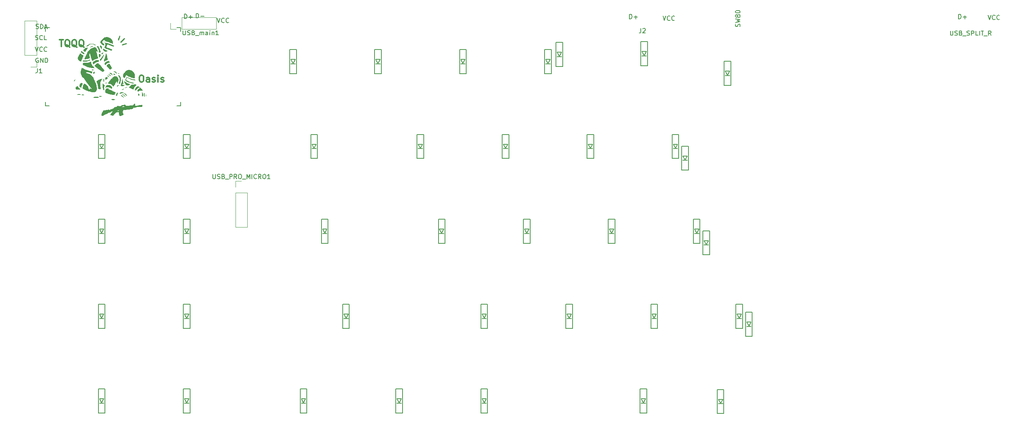
<source format=gbr>
%TF.GenerationSoftware,KiCad,Pcbnew,8.0.8*%
%TF.CreationDate,2025-04-15T16:35:59+09:00*%
%TF.ProjectId,sswkbd_left,7373776b-6264-45f6-9c65-66742e6b6963,rev?*%
%TF.SameCoordinates,Original*%
%TF.FileFunction,Legend,Top*%
%TF.FilePolarity,Positive*%
%FSLAX46Y46*%
G04 Gerber Fmt 4.6, Leading zero omitted, Abs format (unit mm)*
G04 Created by KiCad (PCBNEW 8.0.8) date 2025-04-15 16:35:59*
%MOMM*%
%LPD*%
G01*
G04 APERTURE LIST*
%ADD10C,0.150000*%
%ADD11C,0.300000*%
%ADD12C,0.120000*%
%ADD13C,0.000000*%
G04 APERTURE END LIST*
D10*
X27174988Y-75396838D02*
X27079750Y-75349219D01*
X27079750Y-75349219D02*
X26936893Y-75349219D01*
X26936893Y-75349219D02*
X26794036Y-75396838D01*
X26794036Y-75396838D02*
X26698798Y-75492076D01*
X26698798Y-75492076D02*
X26651179Y-75587314D01*
X26651179Y-75587314D02*
X26603560Y-75777790D01*
X26603560Y-75777790D02*
X26603560Y-75920647D01*
X26603560Y-75920647D02*
X26651179Y-76111123D01*
X26651179Y-76111123D02*
X26698798Y-76206361D01*
X26698798Y-76206361D02*
X26794036Y-76301600D01*
X26794036Y-76301600D02*
X26936893Y-76349219D01*
X26936893Y-76349219D02*
X27032131Y-76349219D01*
X27032131Y-76349219D02*
X27174988Y-76301600D01*
X27174988Y-76301600D02*
X27222607Y-76253980D01*
X27222607Y-76253980D02*
X27222607Y-75920647D01*
X27222607Y-75920647D02*
X27032131Y-75920647D01*
X27651179Y-76349219D02*
X27651179Y-75349219D01*
X27651179Y-75349219D02*
X28222607Y-76349219D01*
X28222607Y-76349219D02*
X28222607Y-75349219D01*
X28698798Y-76349219D02*
X28698798Y-75349219D01*
X28698798Y-75349219D02*
X28936893Y-75349219D01*
X28936893Y-75349219D02*
X29079750Y-75396838D01*
X29079750Y-75396838D02*
X29174988Y-75492076D01*
X29174988Y-75492076D02*
X29222607Y-75587314D01*
X29222607Y-75587314D02*
X29270226Y-75777790D01*
X29270226Y-75777790D02*
X29270226Y-75920647D01*
X29270226Y-75920647D02*
X29222607Y-76111123D01*
X29222607Y-76111123D02*
X29174988Y-76206361D01*
X29174988Y-76206361D02*
X29079750Y-76301600D01*
X29079750Y-76301600D02*
X28936893Y-76349219D01*
X28936893Y-76349219D02*
X28698798Y-76349219D01*
X26527360Y-71221600D02*
X26670217Y-71269219D01*
X26670217Y-71269219D02*
X26908312Y-71269219D01*
X26908312Y-71269219D02*
X27003550Y-71221600D01*
X27003550Y-71221600D02*
X27051169Y-71173980D01*
X27051169Y-71173980D02*
X27098788Y-71078742D01*
X27098788Y-71078742D02*
X27098788Y-70983504D01*
X27098788Y-70983504D02*
X27051169Y-70888266D01*
X27051169Y-70888266D02*
X27003550Y-70840647D01*
X27003550Y-70840647D02*
X26908312Y-70793028D01*
X26908312Y-70793028D02*
X26717836Y-70745409D01*
X26717836Y-70745409D02*
X26622598Y-70697790D01*
X26622598Y-70697790D02*
X26574979Y-70650171D01*
X26574979Y-70650171D02*
X26527360Y-70554933D01*
X26527360Y-70554933D02*
X26527360Y-70459695D01*
X26527360Y-70459695D02*
X26574979Y-70364457D01*
X26574979Y-70364457D02*
X26622598Y-70316838D01*
X26622598Y-70316838D02*
X26717836Y-70269219D01*
X26717836Y-70269219D02*
X26955931Y-70269219D01*
X26955931Y-70269219D02*
X27098788Y-70316838D01*
X28098788Y-71173980D02*
X28051169Y-71221600D01*
X28051169Y-71221600D02*
X27908312Y-71269219D01*
X27908312Y-71269219D02*
X27813074Y-71269219D01*
X27813074Y-71269219D02*
X27670217Y-71221600D01*
X27670217Y-71221600D02*
X27574979Y-71126361D01*
X27574979Y-71126361D02*
X27527360Y-71031123D01*
X27527360Y-71031123D02*
X27479741Y-70840647D01*
X27479741Y-70840647D02*
X27479741Y-70697790D01*
X27479741Y-70697790D02*
X27527360Y-70507314D01*
X27527360Y-70507314D02*
X27574979Y-70412076D01*
X27574979Y-70412076D02*
X27670217Y-70316838D01*
X27670217Y-70316838D02*
X27813074Y-70269219D01*
X27813074Y-70269219D02*
X27908312Y-70269219D01*
X27908312Y-70269219D02*
X28051169Y-70316838D01*
X28051169Y-70316838D02*
X28098788Y-70364457D01*
X29003550Y-71269219D02*
X28527360Y-71269219D01*
X28527360Y-71269219D02*
X28527360Y-70269219D01*
X26508322Y-72885419D02*
X26841655Y-73885419D01*
X26841655Y-73885419D02*
X27174988Y-72885419D01*
X28079750Y-73790180D02*
X28032131Y-73837800D01*
X28032131Y-73837800D02*
X27889274Y-73885419D01*
X27889274Y-73885419D02*
X27794036Y-73885419D01*
X27794036Y-73885419D02*
X27651179Y-73837800D01*
X27651179Y-73837800D02*
X27555941Y-73742561D01*
X27555941Y-73742561D02*
X27508322Y-73647323D01*
X27508322Y-73647323D02*
X27460703Y-73456847D01*
X27460703Y-73456847D02*
X27460703Y-73313990D01*
X27460703Y-73313990D02*
X27508322Y-73123514D01*
X27508322Y-73123514D02*
X27555941Y-73028276D01*
X27555941Y-73028276D02*
X27651179Y-72933038D01*
X27651179Y-72933038D02*
X27794036Y-72885419D01*
X27794036Y-72885419D02*
X27889274Y-72885419D01*
X27889274Y-72885419D02*
X28032131Y-72933038D01*
X28032131Y-72933038D02*
X28079750Y-72980657D01*
X29079750Y-73790180D02*
X29032131Y-73837800D01*
X29032131Y-73837800D02*
X28889274Y-73885419D01*
X28889274Y-73885419D02*
X28794036Y-73885419D01*
X28794036Y-73885419D02*
X28651179Y-73837800D01*
X28651179Y-73837800D02*
X28555941Y-73742561D01*
X28555941Y-73742561D02*
X28508322Y-73647323D01*
X28508322Y-73647323D02*
X28460703Y-73456847D01*
X28460703Y-73456847D02*
X28460703Y-73313990D01*
X28460703Y-73313990D02*
X28508322Y-73123514D01*
X28508322Y-73123514D02*
X28555941Y-73028276D01*
X28555941Y-73028276D02*
X28651179Y-72933038D01*
X28651179Y-72933038D02*
X28794036Y-72885419D01*
X28794036Y-72885419D02*
X28889274Y-72885419D01*
X28889274Y-72885419D02*
X29032131Y-72933038D01*
X29032131Y-72933038D02*
X29079750Y-72980657D01*
X239500672Y-65744419D02*
X239834005Y-66744419D01*
X239834005Y-66744419D02*
X240167338Y-65744419D01*
X241072100Y-66649180D02*
X241024481Y-66696800D01*
X241024481Y-66696800D02*
X240881624Y-66744419D01*
X240881624Y-66744419D02*
X240786386Y-66744419D01*
X240786386Y-66744419D02*
X240643529Y-66696800D01*
X240643529Y-66696800D02*
X240548291Y-66601561D01*
X240548291Y-66601561D02*
X240500672Y-66506323D01*
X240500672Y-66506323D02*
X240453053Y-66315847D01*
X240453053Y-66315847D02*
X240453053Y-66172990D01*
X240453053Y-66172990D02*
X240500672Y-65982514D01*
X240500672Y-65982514D02*
X240548291Y-65887276D01*
X240548291Y-65887276D02*
X240643529Y-65792038D01*
X240643529Y-65792038D02*
X240786386Y-65744419D01*
X240786386Y-65744419D02*
X240881624Y-65744419D01*
X240881624Y-65744419D02*
X241024481Y-65792038D01*
X241024481Y-65792038D02*
X241072100Y-65839657D01*
X242072100Y-66649180D02*
X242024481Y-66696800D01*
X242024481Y-66696800D02*
X241881624Y-66744419D01*
X241881624Y-66744419D02*
X241786386Y-66744419D01*
X241786386Y-66744419D02*
X241643529Y-66696800D01*
X241643529Y-66696800D02*
X241548291Y-66601561D01*
X241548291Y-66601561D02*
X241500672Y-66506323D01*
X241500672Y-66506323D02*
X241453053Y-66315847D01*
X241453053Y-66315847D02*
X241453053Y-66172990D01*
X241453053Y-66172990D02*
X241500672Y-65982514D01*
X241500672Y-65982514D02*
X241548291Y-65887276D01*
X241548291Y-65887276D02*
X241643529Y-65792038D01*
X241643529Y-65792038D02*
X241786386Y-65744419D01*
X241786386Y-65744419D02*
X241881624Y-65744419D01*
X241881624Y-65744419D02*
X242024481Y-65792038D01*
X242024481Y-65792038D02*
X242072100Y-65839657D01*
X59823579Y-66519419D02*
X59823579Y-65519419D01*
X59823579Y-65519419D02*
X60061674Y-65519419D01*
X60061674Y-65519419D02*
X60204531Y-65567038D01*
X60204531Y-65567038D02*
X60299769Y-65662276D01*
X60299769Y-65662276D02*
X60347388Y-65757514D01*
X60347388Y-65757514D02*
X60395007Y-65947990D01*
X60395007Y-65947990D02*
X60395007Y-66090847D01*
X60395007Y-66090847D02*
X60347388Y-66281323D01*
X60347388Y-66281323D02*
X60299769Y-66376561D01*
X60299769Y-66376561D02*
X60204531Y-66471800D01*
X60204531Y-66471800D02*
X60061674Y-66519419D01*
X60061674Y-66519419D02*
X59823579Y-66519419D01*
X60823579Y-66138466D02*
X61585484Y-66138466D01*
X61204531Y-66519419D02*
X61204531Y-65757514D01*
X231086590Y-69254019D02*
X231086590Y-70063542D01*
X231086590Y-70063542D02*
X231134209Y-70158780D01*
X231134209Y-70158780D02*
X231181828Y-70206400D01*
X231181828Y-70206400D02*
X231277066Y-70254019D01*
X231277066Y-70254019D02*
X231467542Y-70254019D01*
X231467542Y-70254019D02*
X231562780Y-70206400D01*
X231562780Y-70206400D02*
X231610399Y-70158780D01*
X231610399Y-70158780D02*
X231658018Y-70063542D01*
X231658018Y-70063542D02*
X231658018Y-69254019D01*
X232086590Y-70206400D02*
X232229447Y-70254019D01*
X232229447Y-70254019D02*
X232467542Y-70254019D01*
X232467542Y-70254019D02*
X232562780Y-70206400D01*
X232562780Y-70206400D02*
X232610399Y-70158780D01*
X232610399Y-70158780D02*
X232658018Y-70063542D01*
X232658018Y-70063542D02*
X232658018Y-69968304D01*
X232658018Y-69968304D02*
X232610399Y-69873066D01*
X232610399Y-69873066D02*
X232562780Y-69825447D01*
X232562780Y-69825447D02*
X232467542Y-69777828D01*
X232467542Y-69777828D02*
X232277066Y-69730209D01*
X232277066Y-69730209D02*
X232181828Y-69682590D01*
X232181828Y-69682590D02*
X232134209Y-69634971D01*
X232134209Y-69634971D02*
X232086590Y-69539733D01*
X232086590Y-69539733D02*
X232086590Y-69444495D01*
X232086590Y-69444495D02*
X232134209Y-69349257D01*
X232134209Y-69349257D02*
X232181828Y-69301638D01*
X232181828Y-69301638D02*
X232277066Y-69254019D01*
X232277066Y-69254019D02*
X232515161Y-69254019D01*
X232515161Y-69254019D02*
X232658018Y-69301638D01*
X233419923Y-69730209D02*
X233562780Y-69777828D01*
X233562780Y-69777828D02*
X233610399Y-69825447D01*
X233610399Y-69825447D02*
X233658018Y-69920685D01*
X233658018Y-69920685D02*
X233658018Y-70063542D01*
X233658018Y-70063542D02*
X233610399Y-70158780D01*
X233610399Y-70158780D02*
X233562780Y-70206400D01*
X233562780Y-70206400D02*
X233467542Y-70254019D01*
X233467542Y-70254019D02*
X233086590Y-70254019D01*
X233086590Y-70254019D02*
X233086590Y-69254019D01*
X233086590Y-69254019D02*
X233419923Y-69254019D01*
X233419923Y-69254019D02*
X233515161Y-69301638D01*
X233515161Y-69301638D02*
X233562780Y-69349257D01*
X233562780Y-69349257D02*
X233610399Y-69444495D01*
X233610399Y-69444495D02*
X233610399Y-69539733D01*
X233610399Y-69539733D02*
X233562780Y-69634971D01*
X233562780Y-69634971D02*
X233515161Y-69682590D01*
X233515161Y-69682590D02*
X233419923Y-69730209D01*
X233419923Y-69730209D02*
X233086590Y-69730209D01*
X233848495Y-70349257D02*
X234610399Y-70349257D01*
X234800876Y-70206400D02*
X234943733Y-70254019D01*
X234943733Y-70254019D02*
X235181828Y-70254019D01*
X235181828Y-70254019D02*
X235277066Y-70206400D01*
X235277066Y-70206400D02*
X235324685Y-70158780D01*
X235324685Y-70158780D02*
X235372304Y-70063542D01*
X235372304Y-70063542D02*
X235372304Y-69968304D01*
X235372304Y-69968304D02*
X235324685Y-69873066D01*
X235324685Y-69873066D02*
X235277066Y-69825447D01*
X235277066Y-69825447D02*
X235181828Y-69777828D01*
X235181828Y-69777828D02*
X234991352Y-69730209D01*
X234991352Y-69730209D02*
X234896114Y-69682590D01*
X234896114Y-69682590D02*
X234848495Y-69634971D01*
X234848495Y-69634971D02*
X234800876Y-69539733D01*
X234800876Y-69539733D02*
X234800876Y-69444495D01*
X234800876Y-69444495D02*
X234848495Y-69349257D01*
X234848495Y-69349257D02*
X234896114Y-69301638D01*
X234896114Y-69301638D02*
X234991352Y-69254019D01*
X234991352Y-69254019D02*
X235229447Y-69254019D01*
X235229447Y-69254019D02*
X235372304Y-69301638D01*
X235800876Y-70254019D02*
X235800876Y-69254019D01*
X235800876Y-69254019D02*
X236181828Y-69254019D01*
X236181828Y-69254019D02*
X236277066Y-69301638D01*
X236277066Y-69301638D02*
X236324685Y-69349257D01*
X236324685Y-69349257D02*
X236372304Y-69444495D01*
X236372304Y-69444495D02*
X236372304Y-69587352D01*
X236372304Y-69587352D02*
X236324685Y-69682590D01*
X236324685Y-69682590D02*
X236277066Y-69730209D01*
X236277066Y-69730209D02*
X236181828Y-69777828D01*
X236181828Y-69777828D02*
X235800876Y-69777828D01*
X237277066Y-70254019D02*
X236800876Y-70254019D01*
X236800876Y-70254019D02*
X236800876Y-69254019D01*
X237610400Y-70254019D02*
X237610400Y-69254019D01*
X237943733Y-69254019D02*
X238515161Y-69254019D01*
X238229447Y-70254019D02*
X238229447Y-69254019D01*
X238610400Y-70349257D02*
X239372304Y-70349257D01*
X240181828Y-70254019D02*
X239848495Y-69777828D01*
X239610400Y-70254019D02*
X239610400Y-69254019D01*
X239610400Y-69254019D02*
X239991352Y-69254019D01*
X239991352Y-69254019D02*
X240086590Y-69301638D01*
X240086590Y-69301638D02*
X240134209Y-69349257D01*
X240134209Y-69349257D02*
X240181828Y-69444495D01*
X240181828Y-69444495D02*
X240181828Y-69587352D01*
X240181828Y-69587352D02*
X240134209Y-69682590D01*
X240134209Y-69682590D02*
X240086590Y-69730209D01*
X240086590Y-69730209D02*
X239991352Y-69777828D01*
X239991352Y-69777828D02*
X239610400Y-69777828D01*
X67161672Y-66404819D02*
X67495005Y-67404819D01*
X67495005Y-67404819D02*
X67828338Y-66404819D01*
X68733100Y-67309580D02*
X68685481Y-67357200D01*
X68685481Y-67357200D02*
X68542624Y-67404819D01*
X68542624Y-67404819D02*
X68447386Y-67404819D01*
X68447386Y-67404819D02*
X68304529Y-67357200D01*
X68304529Y-67357200D02*
X68209291Y-67261961D01*
X68209291Y-67261961D02*
X68161672Y-67166723D01*
X68161672Y-67166723D02*
X68114053Y-66976247D01*
X68114053Y-66976247D02*
X68114053Y-66833390D01*
X68114053Y-66833390D02*
X68161672Y-66642914D01*
X68161672Y-66642914D02*
X68209291Y-66547676D01*
X68209291Y-66547676D02*
X68304529Y-66452438D01*
X68304529Y-66452438D02*
X68447386Y-66404819D01*
X68447386Y-66404819D02*
X68542624Y-66404819D01*
X68542624Y-66404819D02*
X68685481Y-66452438D01*
X68685481Y-66452438D02*
X68733100Y-66500057D01*
X69733100Y-67309580D02*
X69685481Y-67357200D01*
X69685481Y-67357200D02*
X69542624Y-67404819D01*
X69542624Y-67404819D02*
X69447386Y-67404819D01*
X69447386Y-67404819D02*
X69304529Y-67357200D01*
X69304529Y-67357200D02*
X69209291Y-67261961D01*
X69209291Y-67261961D02*
X69161672Y-67166723D01*
X69161672Y-67166723D02*
X69114053Y-66976247D01*
X69114053Y-66976247D02*
X69114053Y-66833390D01*
X69114053Y-66833390D02*
X69161672Y-66642914D01*
X69161672Y-66642914D02*
X69209291Y-66547676D01*
X69209291Y-66547676D02*
X69304529Y-66452438D01*
X69304529Y-66452438D02*
X69447386Y-66404819D01*
X69447386Y-66404819D02*
X69542624Y-66404819D01*
X69542624Y-66404819D02*
X69685481Y-66452438D01*
X69685481Y-66452438D02*
X69733100Y-66500057D01*
X232924579Y-66544819D02*
X232924579Y-65544819D01*
X232924579Y-65544819D02*
X233162674Y-65544819D01*
X233162674Y-65544819D02*
X233305531Y-65592438D01*
X233305531Y-65592438D02*
X233400769Y-65687676D01*
X233400769Y-65687676D02*
X233448388Y-65782914D01*
X233448388Y-65782914D02*
X233496007Y-65973390D01*
X233496007Y-65973390D02*
X233496007Y-66116247D01*
X233496007Y-66116247D02*
X233448388Y-66306723D01*
X233448388Y-66306723D02*
X233400769Y-66401961D01*
X233400769Y-66401961D02*
X233305531Y-66497200D01*
X233305531Y-66497200D02*
X233162674Y-66544819D01*
X233162674Y-66544819D02*
X232924579Y-66544819D01*
X233924579Y-66163866D02*
X234686484Y-66163866D01*
X234305531Y-66544819D02*
X234305531Y-65782914D01*
X166817922Y-65925819D02*
X167151255Y-66925819D01*
X167151255Y-66925819D02*
X167484588Y-65925819D01*
X168389350Y-66830580D02*
X168341731Y-66878200D01*
X168341731Y-66878200D02*
X168198874Y-66925819D01*
X168198874Y-66925819D02*
X168103636Y-66925819D01*
X168103636Y-66925819D02*
X167960779Y-66878200D01*
X167960779Y-66878200D02*
X167865541Y-66782961D01*
X167865541Y-66782961D02*
X167817922Y-66687723D01*
X167817922Y-66687723D02*
X167770303Y-66497247D01*
X167770303Y-66497247D02*
X167770303Y-66354390D01*
X167770303Y-66354390D02*
X167817922Y-66163914D01*
X167817922Y-66163914D02*
X167865541Y-66068676D01*
X167865541Y-66068676D02*
X167960779Y-65973438D01*
X167960779Y-65973438D02*
X168103636Y-65925819D01*
X168103636Y-65925819D02*
X168198874Y-65925819D01*
X168198874Y-65925819D02*
X168341731Y-65973438D01*
X168341731Y-65973438D02*
X168389350Y-66021057D01*
X169389350Y-66830580D02*
X169341731Y-66878200D01*
X169341731Y-66878200D02*
X169198874Y-66925819D01*
X169198874Y-66925819D02*
X169103636Y-66925819D01*
X169103636Y-66925819D02*
X168960779Y-66878200D01*
X168960779Y-66878200D02*
X168865541Y-66782961D01*
X168865541Y-66782961D02*
X168817922Y-66687723D01*
X168817922Y-66687723D02*
X168770303Y-66497247D01*
X168770303Y-66497247D02*
X168770303Y-66354390D01*
X168770303Y-66354390D02*
X168817922Y-66163914D01*
X168817922Y-66163914D02*
X168865541Y-66068676D01*
X168865541Y-66068676D02*
X168960779Y-65973438D01*
X168960779Y-65973438D02*
X169103636Y-65925819D01*
X169103636Y-65925819D02*
X169198874Y-65925819D01*
X169198874Y-65925819D02*
X169341731Y-65973438D01*
X169341731Y-65973438D02*
X169389350Y-66021057D01*
X26654360Y-68707000D02*
X26797217Y-68754619D01*
X26797217Y-68754619D02*
X27035312Y-68754619D01*
X27035312Y-68754619D02*
X27130550Y-68707000D01*
X27130550Y-68707000D02*
X27178169Y-68659380D01*
X27178169Y-68659380D02*
X27225788Y-68564142D01*
X27225788Y-68564142D02*
X27225788Y-68468904D01*
X27225788Y-68468904D02*
X27178169Y-68373666D01*
X27178169Y-68373666D02*
X27130550Y-68326047D01*
X27130550Y-68326047D02*
X27035312Y-68278428D01*
X27035312Y-68278428D02*
X26844836Y-68230809D01*
X26844836Y-68230809D02*
X26749598Y-68183190D01*
X26749598Y-68183190D02*
X26701979Y-68135571D01*
X26701979Y-68135571D02*
X26654360Y-68040333D01*
X26654360Y-68040333D02*
X26654360Y-67945095D01*
X26654360Y-67945095D02*
X26701979Y-67849857D01*
X26701979Y-67849857D02*
X26749598Y-67802238D01*
X26749598Y-67802238D02*
X26844836Y-67754619D01*
X26844836Y-67754619D02*
X27082931Y-67754619D01*
X27082931Y-67754619D02*
X27225788Y-67802238D01*
X27654360Y-68754619D02*
X27654360Y-67754619D01*
X27654360Y-67754619D02*
X27892455Y-67754619D01*
X27892455Y-67754619D02*
X28035312Y-67802238D01*
X28035312Y-67802238D02*
X28130550Y-67897476D01*
X28130550Y-67897476D02*
X28178169Y-67992714D01*
X28178169Y-67992714D02*
X28225788Y-68183190D01*
X28225788Y-68183190D02*
X28225788Y-68326047D01*
X28225788Y-68326047D02*
X28178169Y-68516523D01*
X28178169Y-68516523D02*
X28130550Y-68611761D01*
X28130550Y-68611761D02*
X28035312Y-68707000D01*
X28035312Y-68707000D02*
X27892455Y-68754619D01*
X27892455Y-68754619D02*
X27654360Y-68754619D01*
X28606741Y-68468904D02*
X29082931Y-68468904D01*
X28511503Y-68754619D02*
X28844836Y-67754619D01*
X28844836Y-67754619D02*
X29178169Y-68754619D01*
X62439779Y-66367019D02*
X62439779Y-65367019D01*
X62439779Y-65367019D02*
X62677874Y-65367019D01*
X62677874Y-65367019D02*
X62820731Y-65414638D01*
X62820731Y-65414638D02*
X62915969Y-65509876D01*
X62915969Y-65509876D02*
X62963588Y-65605114D01*
X62963588Y-65605114D02*
X63011207Y-65795590D01*
X63011207Y-65795590D02*
X63011207Y-65938447D01*
X63011207Y-65938447D02*
X62963588Y-66128923D01*
X62963588Y-66128923D02*
X62915969Y-66224161D01*
X62915969Y-66224161D02*
X62820731Y-66319400D01*
X62820731Y-66319400D02*
X62677874Y-66367019D01*
X62677874Y-66367019D02*
X62439779Y-66367019D01*
X63439779Y-65986066D02*
X64201684Y-65986066D01*
X159340779Y-66544819D02*
X159340779Y-65544819D01*
X159340779Y-65544819D02*
X159578874Y-65544819D01*
X159578874Y-65544819D02*
X159721731Y-65592438D01*
X159721731Y-65592438D02*
X159816969Y-65687676D01*
X159816969Y-65687676D02*
X159864588Y-65782914D01*
X159864588Y-65782914D02*
X159912207Y-65973390D01*
X159912207Y-65973390D02*
X159912207Y-66116247D01*
X159912207Y-66116247D02*
X159864588Y-66306723D01*
X159864588Y-66306723D02*
X159816969Y-66401961D01*
X159816969Y-66401961D02*
X159721731Y-66497200D01*
X159721731Y-66497200D02*
X159578874Y-66544819D01*
X159578874Y-66544819D02*
X159340779Y-66544819D01*
X160340779Y-66163866D02*
X161102684Y-66163866D01*
X160721731Y-66544819D02*
X160721731Y-65782914D01*
X184012200Y-68309523D02*
X184059819Y-68166666D01*
X184059819Y-68166666D02*
X184059819Y-67928571D01*
X184059819Y-67928571D02*
X184012200Y-67833333D01*
X184012200Y-67833333D02*
X183964580Y-67785714D01*
X183964580Y-67785714D02*
X183869342Y-67738095D01*
X183869342Y-67738095D02*
X183774104Y-67738095D01*
X183774104Y-67738095D02*
X183678866Y-67785714D01*
X183678866Y-67785714D02*
X183631247Y-67833333D01*
X183631247Y-67833333D02*
X183583628Y-67928571D01*
X183583628Y-67928571D02*
X183536009Y-68119047D01*
X183536009Y-68119047D02*
X183488390Y-68214285D01*
X183488390Y-68214285D02*
X183440771Y-68261904D01*
X183440771Y-68261904D02*
X183345533Y-68309523D01*
X183345533Y-68309523D02*
X183250295Y-68309523D01*
X183250295Y-68309523D02*
X183155057Y-68261904D01*
X183155057Y-68261904D02*
X183107438Y-68214285D01*
X183107438Y-68214285D02*
X183059819Y-68119047D01*
X183059819Y-68119047D02*
X183059819Y-67880952D01*
X183059819Y-67880952D02*
X183107438Y-67738095D01*
X183059819Y-67404761D02*
X184059819Y-67166666D01*
X184059819Y-67166666D02*
X183345533Y-66976190D01*
X183345533Y-66976190D02*
X184059819Y-66785714D01*
X184059819Y-66785714D02*
X183059819Y-66547619D01*
X183488390Y-66023809D02*
X183440771Y-66119047D01*
X183440771Y-66119047D02*
X183393152Y-66166666D01*
X183393152Y-66166666D02*
X183297914Y-66214285D01*
X183297914Y-66214285D02*
X183250295Y-66214285D01*
X183250295Y-66214285D02*
X183155057Y-66166666D01*
X183155057Y-66166666D02*
X183107438Y-66119047D01*
X183107438Y-66119047D02*
X183059819Y-66023809D01*
X183059819Y-66023809D02*
X183059819Y-65833333D01*
X183059819Y-65833333D02*
X183107438Y-65738095D01*
X183107438Y-65738095D02*
X183155057Y-65690476D01*
X183155057Y-65690476D02*
X183250295Y-65642857D01*
X183250295Y-65642857D02*
X183297914Y-65642857D01*
X183297914Y-65642857D02*
X183393152Y-65690476D01*
X183393152Y-65690476D02*
X183440771Y-65738095D01*
X183440771Y-65738095D02*
X183488390Y-65833333D01*
X183488390Y-65833333D02*
X183488390Y-66023809D01*
X183488390Y-66023809D02*
X183536009Y-66119047D01*
X183536009Y-66119047D02*
X183583628Y-66166666D01*
X183583628Y-66166666D02*
X183678866Y-66214285D01*
X183678866Y-66214285D02*
X183869342Y-66214285D01*
X183869342Y-66214285D02*
X183964580Y-66166666D01*
X183964580Y-66166666D02*
X184012200Y-66119047D01*
X184012200Y-66119047D02*
X184059819Y-66023809D01*
X184059819Y-66023809D02*
X184059819Y-65833333D01*
X184059819Y-65833333D02*
X184012200Y-65738095D01*
X184012200Y-65738095D02*
X183964580Y-65690476D01*
X183964580Y-65690476D02*
X183869342Y-65642857D01*
X183869342Y-65642857D02*
X183678866Y-65642857D01*
X183678866Y-65642857D02*
X183583628Y-65690476D01*
X183583628Y-65690476D02*
X183536009Y-65738095D01*
X183536009Y-65738095D02*
X183488390Y-65833333D01*
X183059819Y-65023809D02*
X183059819Y-64928571D01*
X183059819Y-64928571D02*
X183107438Y-64833333D01*
X183107438Y-64833333D02*
X183155057Y-64785714D01*
X183155057Y-64785714D02*
X183250295Y-64738095D01*
X183250295Y-64738095D02*
X183440771Y-64690476D01*
X183440771Y-64690476D02*
X183678866Y-64690476D01*
X183678866Y-64690476D02*
X183869342Y-64738095D01*
X183869342Y-64738095D02*
X183964580Y-64785714D01*
X183964580Y-64785714D02*
X184012200Y-64833333D01*
X184012200Y-64833333D02*
X184059819Y-64928571D01*
X184059819Y-64928571D02*
X184059819Y-65023809D01*
X184059819Y-65023809D02*
X184012200Y-65119047D01*
X184012200Y-65119047D02*
X183964580Y-65166666D01*
X183964580Y-65166666D02*
X183869342Y-65214285D01*
X183869342Y-65214285D02*
X183678866Y-65261904D01*
X183678866Y-65261904D02*
X183440771Y-65261904D01*
X183440771Y-65261904D02*
X183250295Y-65214285D01*
X183250295Y-65214285D02*
X183155057Y-65166666D01*
X183155057Y-65166666D02*
X183107438Y-65119047D01*
X183107438Y-65119047D02*
X183059819Y-65023809D01*
X66210657Y-101391819D02*
X66210657Y-102201342D01*
X66210657Y-102201342D02*
X66258276Y-102296580D01*
X66258276Y-102296580D02*
X66305895Y-102344200D01*
X66305895Y-102344200D02*
X66401133Y-102391819D01*
X66401133Y-102391819D02*
X66591609Y-102391819D01*
X66591609Y-102391819D02*
X66686847Y-102344200D01*
X66686847Y-102344200D02*
X66734466Y-102296580D01*
X66734466Y-102296580D02*
X66782085Y-102201342D01*
X66782085Y-102201342D02*
X66782085Y-101391819D01*
X67210657Y-102344200D02*
X67353514Y-102391819D01*
X67353514Y-102391819D02*
X67591609Y-102391819D01*
X67591609Y-102391819D02*
X67686847Y-102344200D01*
X67686847Y-102344200D02*
X67734466Y-102296580D01*
X67734466Y-102296580D02*
X67782085Y-102201342D01*
X67782085Y-102201342D02*
X67782085Y-102106104D01*
X67782085Y-102106104D02*
X67734466Y-102010866D01*
X67734466Y-102010866D02*
X67686847Y-101963247D01*
X67686847Y-101963247D02*
X67591609Y-101915628D01*
X67591609Y-101915628D02*
X67401133Y-101868009D01*
X67401133Y-101868009D02*
X67305895Y-101820390D01*
X67305895Y-101820390D02*
X67258276Y-101772771D01*
X67258276Y-101772771D02*
X67210657Y-101677533D01*
X67210657Y-101677533D02*
X67210657Y-101582295D01*
X67210657Y-101582295D02*
X67258276Y-101487057D01*
X67258276Y-101487057D02*
X67305895Y-101439438D01*
X67305895Y-101439438D02*
X67401133Y-101391819D01*
X67401133Y-101391819D02*
X67639228Y-101391819D01*
X67639228Y-101391819D02*
X67782085Y-101439438D01*
X68543990Y-101868009D02*
X68686847Y-101915628D01*
X68686847Y-101915628D02*
X68734466Y-101963247D01*
X68734466Y-101963247D02*
X68782085Y-102058485D01*
X68782085Y-102058485D02*
X68782085Y-102201342D01*
X68782085Y-102201342D02*
X68734466Y-102296580D01*
X68734466Y-102296580D02*
X68686847Y-102344200D01*
X68686847Y-102344200D02*
X68591609Y-102391819D01*
X68591609Y-102391819D02*
X68210657Y-102391819D01*
X68210657Y-102391819D02*
X68210657Y-101391819D01*
X68210657Y-101391819D02*
X68543990Y-101391819D01*
X68543990Y-101391819D02*
X68639228Y-101439438D01*
X68639228Y-101439438D02*
X68686847Y-101487057D01*
X68686847Y-101487057D02*
X68734466Y-101582295D01*
X68734466Y-101582295D02*
X68734466Y-101677533D01*
X68734466Y-101677533D02*
X68686847Y-101772771D01*
X68686847Y-101772771D02*
X68639228Y-101820390D01*
X68639228Y-101820390D02*
X68543990Y-101868009D01*
X68543990Y-101868009D02*
X68210657Y-101868009D01*
X68972562Y-102487057D02*
X69734466Y-102487057D01*
X69972562Y-102391819D02*
X69972562Y-101391819D01*
X69972562Y-101391819D02*
X70353514Y-101391819D01*
X70353514Y-101391819D02*
X70448752Y-101439438D01*
X70448752Y-101439438D02*
X70496371Y-101487057D01*
X70496371Y-101487057D02*
X70543990Y-101582295D01*
X70543990Y-101582295D02*
X70543990Y-101725152D01*
X70543990Y-101725152D02*
X70496371Y-101820390D01*
X70496371Y-101820390D02*
X70448752Y-101868009D01*
X70448752Y-101868009D02*
X70353514Y-101915628D01*
X70353514Y-101915628D02*
X69972562Y-101915628D01*
X71543990Y-102391819D02*
X71210657Y-101915628D01*
X70972562Y-102391819D02*
X70972562Y-101391819D01*
X70972562Y-101391819D02*
X71353514Y-101391819D01*
X71353514Y-101391819D02*
X71448752Y-101439438D01*
X71448752Y-101439438D02*
X71496371Y-101487057D01*
X71496371Y-101487057D02*
X71543990Y-101582295D01*
X71543990Y-101582295D02*
X71543990Y-101725152D01*
X71543990Y-101725152D02*
X71496371Y-101820390D01*
X71496371Y-101820390D02*
X71448752Y-101868009D01*
X71448752Y-101868009D02*
X71353514Y-101915628D01*
X71353514Y-101915628D02*
X70972562Y-101915628D01*
X72163038Y-101391819D02*
X72353514Y-101391819D01*
X72353514Y-101391819D02*
X72448752Y-101439438D01*
X72448752Y-101439438D02*
X72543990Y-101534676D01*
X72543990Y-101534676D02*
X72591609Y-101725152D01*
X72591609Y-101725152D02*
X72591609Y-102058485D01*
X72591609Y-102058485D02*
X72543990Y-102248961D01*
X72543990Y-102248961D02*
X72448752Y-102344200D01*
X72448752Y-102344200D02*
X72353514Y-102391819D01*
X72353514Y-102391819D02*
X72163038Y-102391819D01*
X72163038Y-102391819D02*
X72067800Y-102344200D01*
X72067800Y-102344200D02*
X71972562Y-102248961D01*
X71972562Y-102248961D02*
X71924943Y-102058485D01*
X71924943Y-102058485D02*
X71924943Y-101725152D01*
X71924943Y-101725152D02*
X71972562Y-101534676D01*
X71972562Y-101534676D02*
X72067800Y-101439438D01*
X72067800Y-101439438D02*
X72163038Y-101391819D01*
X72782086Y-102487057D02*
X73543990Y-102487057D01*
X73782086Y-102391819D02*
X73782086Y-101391819D01*
X73782086Y-101391819D02*
X74115419Y-102106104D01*
X74115419Y-102106104D02*
X74448752Y-101391819D01*
X74448752Y-101391819D02*
X74448752Y-102391819D01*
X74924943Y-102391819D02*
X74924943Y-101391819D01*
X75972561Y-102296580D02*
X75924942Y-102344200D01*
X75924942Y-102344200D02*
X75782085Y-102391819D01*
X75782085Y-102391819D02*
X75686847Y-102391819D01*
X75686847Y-102391819D02*
X75543990Y-102344200D01*
X75543990Y-102344200D02*
X75448752Y-102248961D01*
X75448752Y-102248961D02*
X75401133Y-102153723D01*
X75401133Y-102153723D02*
X75353514Y-101963247D01*
X75353514Y-101963247D02*
X75353514Y-101820390D01*
X75353514Y-101820390D02*
X75401133Y-101629914D01*
X75401133Y-101629914D02*
X75448752Y-101534676D01*
X75448752Y-101534676D02*
X75543990Y-101439438D01*
X75543990Y-101439438D02*
X75686847Y-101391819D01*
X75686847Y-101391819D02*
X75782085Y-101391819D01*
X75782085Y-101391819D02*
X75924942Y-101439438D01*
X75924942Y-101439438D02*
X75972561Y-101487057D01*
X76972561Y-102391819D02*
X76639228Y-101915628D01*
X76401133Y-102391819D02*
X76401133Y-101391819D01*
X76401133Y-101391819D02*
X76782085Y-101391819D01*
X76782085Y-101391819D02*
X76877323Y-101439438D01*
X76877323Y-101439438D02*
X76924942Y-101487057D01*
X76924942Y-101487057D02*
X76972561Y-101582295D01*
X76972561Y-101582295D02*
X76972561Y-101725152D01*
X76972561Y-101725152D02*
X76924942Y-101820390D01*
X76924942Y-101820390D02*
X76877323Y-101868009D01*
X76877323Y-101868009D02*
X76782085Y-101915628D01*
X76782085Y-101915628D02*
X76401133Y-101915628D01*
X77591609Y-101391819D02*
X77782085Y-101391819D01*
X77782085Y-101391819D02*
X77877323Y-101439438D01*
X77877323Y-101439438D02*
X77972561Y-101534676D01*
X77972561Y-101534676D02*
X78020180Y-101725152D01*
X78020180Y-101725152D02*
X78020180Y-102058485D01*
X78020180Y-102058485D02*
X77972561Y-102248961D01*
X77972561Y-102248961D02*
X77877323Y-102344200D01*
X77877323Y-102344200D02*
X77782085Y-102391819D01*
X77782085Y-102391819D02*
X77591609Y-102391819D01*
X77591609Y-102391819D02*
X77496371Y-102344200D01*
X77496371Y-102344200D02*
X77401133Y-102248961D01*
X77401133Y-102248961D02*
X77353514Y-102058485D01*
X77353514Y-102058485D02*
X77353514Y-101725152D01*
X77353514Y-101725152D02*
X77401133Y-101534676D01*
X77401133Y-101534676D02*
X77496371Y-101439438D01*
X77496371Y-101439438D02*
X77591609Y-101391819D01*
X78972561Y-102391819D02*
X78401133Y-102391819D01*
X78686847Y-102391819D02*
X78686847Y-101391819D01*
X78686847Y-101391819D02*
X78591609Y-101534676D01*
X78591609Y-101534676D02*
X78496371Y-101629914D01*
X78496371Y-101629914D02*
X78401133Y-101677533D01*
D11*
X31864575Y-71273658D02*
X32721718Y-71273658D01*
X32293146Y-72773658D02*
X32293146Y-71273658D01*
X34221717Y-72916515D02*
X34078860Y-72845087D01*
X34078860Y-72845087D02*
X33936003Y-72702230D01*
X33936003Y-72702230D02*
X33721717Y-72487944D01*
X33721717Y-72487944D02*
X33578860Y-72416515D01*
X33578860Y-72416515D02*
X33436003Y-72416515D01*
X33507432Y-72773658D02*
X33364575Y-72702230D01*
X33364575Y-72702230D02*
X33221717Y-72559372D01*
X33221717Y-72559372D02*
X33150289Y-72273658D01*
X33150289Y-72273658D02*
X33150289Y-71773658D01*
X33150289Y-71773658D02*
X33221717Y-71487944D01*
X33221717Y-71487944D02*
X33364575Y-71345087D01*
X33364575Y-71345087D02*
X33507432Y-71273658D01*
X33507432Y-71273658D02*
X33793146Y-71273658D01*
X33793146Y-71273658D02*
X33936003Y-71345087D01*
X33936003Y-71345087D02*
X34078860Y-71487944D01*
X34078860Y-71487944D02*
X34150289Y-71773658D01*
X34150289Y-71773658D02*
X34150289Y-72273658D01*
X34150289Y-72273658D02*
X34078860Y-72559372D01*
X34078860Y-72559372D02*
X33936003Y-72702230D01*
X33936003Y-72702230D02*
X33793146Y-72773658D01*
X33793146Y-72773658D02*
X33507432Y-72773658D01*
X35793146Y-72916515D02*
X35650289Y-72845087D01*
X35650289Y-72845087D02*
X35507432Y-72702230D01*
X35507432Y-72702230D02*
X35293146Y-72487944D01*
X35293146Y-72487944D02*
X35150289Y-72416515D01*
X35150289Y-72416515D02*
X35007432Y-72416515D01*
X35078861Y-72773658D02*
X34936004Y-72702230D01*
X34936004Y-72702230D02*
X34793146Y-72559372D01*
X34793146Y-72559372D02*
X34721718Y-72273658D01*
X34721718Y-72273658D02*
X34721718Y-71773658D01*
X34721718Y-71773658D02*
X34793146Y-71487944D01*
X34793146Y-71487944D02*
X34936004Y-71345087D01*
X34936004Y-71345087D02*
X35078861Y-71273658D01*
X35078861Y-71273658D02*
X35364575Y-71273658D01*
X35364575Y-71273658D02*
X35507432Y-71345087D01*
X35507432Y-71345087D02*
X35650289Y-71487944D01*
X35650289Y-71487944D02*
X35721718Y-71773658D01*
X35721718Y-71773658D02*
X35721718Y-72273658D01*
X35721718Y-72273658D02*
X35650289Y-72559372D01*
X35650289Y-72559372D02*
X35507432Y-72702230D01*
X35507432Y-72702230D02*
X35364575Y-72773658D01*
X35364575Y-72773658D02*
X35078861Y-72773658D01*
X37364575Y-72916515D02*
X37221718Y-72845087D01*
X37221718Y-72845087D02*
X37078861Y-72702230D01*
X37078861Y-72702230D02*
X36864575Y-72487944D01*
X36864575Y-72487944D02*
X36721718Y-72416515D01*
X36721718Y-72416515D02*
X36578861Y-72416515D01*
X36650290Y-72773658D02*
X36507433Y-72702230D01*
X36507433Y-72702230D02*
X36364575Y-72559372D01*
X36364575Y-72559372D02*
X36293147Y-72273658D01*
X36293147Y-72273658D02*
X36293147Y-71773658D01*
X36293147Y-71773658D02*
X36364575Y-71487944D01*
X36364575Y-71487944D02*
X36507433Y-71345087D01*
X36507433Y-71345087D02*
X36650290Y-71273658D01*
X36650290Y-71273658D02*
X36936004Y-71273658D01*
X36936004Y-71273658D02*
X37078861Y-71345087D01*
X37078861Y-71345087D02*
X37221718Y-71487944D01*
X37221718Y-71487944D02*
X37293147Y-71773658D01*
X37293147Y-71773658D02*
X37293147Y-72273658D01*
X37293147Y-72273658D02*
X37221718Y-72559372D01*
X37221718Y-72559372D02*
X37078861Y-72702230D01*
X37078861Y-72702230D02*
X36936004Y-72773658D01*
X36936004Y-72773658D02*
X36650290Y-72773658D01*
X50095515Y-79209958D02*
X50381229Y-79209958D01*
X50381229Y-79209958D02*
X50524086Y-79281387D01*
X50524086Y-79281387D02*
X50666943Y-79424244D01*
X50666943Y-79424244D02*
X50738372Y-79709958D01*
X50738372Y-79709958D02*
X50738372Y-80209958D01*
X50738372Y-80209958D02*
X50666943Y-80495672D01*
X50666943Y-80495672D02*
X50524086Y-80638530D01*
X50524086Y-80638530D02*
X50381229Y-80709958D01*
X50381229Y-80709958D02*
X50095515Y-80709958D01*
X50095515Y-80709958D02*
X49952658Y-80638530D01*
X49952658Y-80638530D02*
X49809800Y-80495672D01*
X49809800Y-80495672D02*
X49738372Y-80209958D01*
X49738372Y-80209958D02*
X49738372Y-79709958D01*
X49738372Y-79709958D02*
X49809800Y-79424244D01*
X49809800Y-79424244D02*
X49952658Y-79281387D01*
X49952658Y-79281387D02*
X50095515Y-79209958D01*
X52024087Y-80709958D02*
X52024087Y-79924244D01*
X52024087Y-79924244D02*
X51952658Y-79781387D01*
X51952658Y-79781387D02*
X51809801Y-79709958D01*
X51809801Y-79709958D02*
X51524087Y-79709958D01*
X51524087Y-79709958D02*
X51381229Y-79781387D01*
X52024087Y-80638530D02*
X51881229Y-80709958D01*
X51881229Y-80709958D02*
X51524087Y-80709958D01*
X51524087Y-80709958D02*
X51381229Y-80638530D01*
X51381229Y-80638530D02*
X51309801Y-80495672D01*
X51309801Y-80495672D02*
X51309801Y-80352815D01*
X51309801Y-80352815D02*
X51381229Y-80209958D01*
X51381229Y-80209958D02*
X51524087Y-80138530D01*
X51524087Y-80138530D02*
X51881229Y-80138530D01*
X51881229Y-80138530D02*
X52024087Y-80067101D01*
X52666944Y-80638530D02*
X52809801Y-80709958D01*
X52809801Y-80709958D02*
X53095515Y-80709958D01*
X53095515Y-80709958D02*
X53238372Y-80638530D01*
X53238372Y-80638530D02*
X53309801Y-80495672D01*
X53309801Y-80495672D02*
X53309801Y-80424244D01*
X53309801Y-80424244D02*
X53238372Y-80281387D01*
X53238372Y-80281387D02*
X53095515Y-80209958D01*
X53095515Y-80209958D02*
X52881230Y-80209958D01*
X52881230Y-80209958D02*
X52738372Y-80138530D01*
X52738372Y-80138530D02*
X52666944Y-79995672D01*
X52666944Y-79995672D02*
X52666944Y-79924244D01*
X52666944Y-79924244D02*
X52738372Y-79781387D01*
X52738372Y-79781387D02*
X52881230Y-79709958D01*
X52881230Y-79709958D02*
X53095515Y-79709958D01*
X53095515Y-79709958D02*
X53238372Y-79781387D01*
X53952658Y-80709958D02*
X53952658Y-79709958D01*
X53952658Y-79209958D02*
X53881230Y-79281387D01*
X53881230Y-79281387D02*
X53952658Y-79352815D01*
X53952658Y-79352815D02*
X54024087Y-79281387D01*
X54024087Y-79281387D02*
X53952658Y-79209958D01*
X53952658Y-79209958D02*
X53952658Y-79352815D01*
X54595516Y-80638530D02*
X54738373Y-80709958D01*
X54738373Y-80709958D02*
X55024087Y-80709958D01*
X55024087Y-80709958D02*
X55166944Y-80638530D01*
X55166944Y-80638530D02*
X55238373Y-80495672D01*
X55238373Y-80495672D02*
X55238373Y-80424244D01*
X55238373Y-80424244D02*
X55166944Y-80281387D01*
X55166944Y-80281387D02*
X55024087Y-80209958D01*
X55024087Y-80209958D02*
X54809802Y-80209958D01*
X54809802Y-80209958D02*
X54666944Y-80138530D01*
X54666944Y-80138530D02*
X54595516Y-79995672D01*
X54595516Y-79995672D02*
X54595516Y-79924244D01*
X54595516Y-79924244D02*
X54666944Y-79781387D01*
X54666944Y-79781387D02*
X54809802Y-79709958D01*
X54809802Y-79709958D02*
X55024087Y-79709958D01*
X55024087Y-79709958D02*
X55166944Y-79781387D01*
D10*
X59520629Y-69177819D02*
X59520629Y-69987342D01*
X59520629Y-69987342D02*
X59568248Y-70082580D01*
X59568248Y-70082580D02*
X59615867Y-70130200D01*
X59615867Y-70130200D02*
X59711105Y-70177819D01*
X59711105Y-70177819D02*
X59901581Y-70177819D01*
X59901581Y-70177819D02*
X59996819Y-70130200D01*
X59996819Y-70130200D02*
X60044438Y-70082580D01*
X60044438Y-70082580D02*
X60092057Y-69987342D01*
X60092057Y-69987342D02*
X60092057Y-69177819D01*
X60520629Y-70130200D02*
X60663486Y-70177819D01*
X60663486Y-70177819D02*
X60901581Y-70177819D01*
X60901581Y-70177819D02*
X60996819Y-70130200D01*
X60996819Y-70130200D02*
X61044438Y-70082580D01*
X61044438Y-70082580D02*
X61092057Y-69987342D01*
X61092057Y-69987342D02*
X61092057Y-69892104D01*
X61092057Y-69892104D02*
X61044438Y-69796866D01*
X61044438Y-69796866D02*
X60996819Y-69749247D01*
X60996819Y-69749247D02*
X60901581Y-69701628D01*
X60901581Y-69701628D02*
X60711105Y-69654009D01*
X60711105Y-69654009D02*
X60615867Y-69606390D01*
X60615867Y-69606390D02*
X60568248Y-69558771D01*
X60568248Y-69558771D02*
X60520629Y-69463533D01*
X60520629Y-69463533D02*
X60520629Y-69368295D01*
X60520629Y-69368295D02*
X60568248Y-69273057D01*
X60568248Y-69273057D02*
X60615867Y-69225438D01*
X60615867Y-69225438D02*
X60711105Y-69177819D01*
X60711105Y-69177819D02*
X60949200Y-69177819D01*
X60949200Y-69177819D02*
X61092057Y-69225438D01*
X61853962Y-69654009D02*
X61996819Y-69701628D01*
X61996819Y-69701628D02*
X62044438Y-69749247D01*
X62044438Y-69749247D02*
X62092057Y-69844485D01*
X62092057Y-69844485D02*
X62092057Y-69987342D01*
X62092057Y-69987342D02*
X62044438Y-70082580D01*
X62044438Y-70082580D02*
X61996819Y-70130200D01*
X61996819Y-70130200D02*
X61901581Y-70177819D01*
X61901581Y-70177819D02*
X61520629Y-70177819D01*
X61520629Y-70177819D02*
X61520629Y-69177819D01*
X61520629Y-69177819D02*
X61853962Y-69177819D01*
X61853962Y-69177819D02*
X61949200Y-69225438D01*
X61949200Y-69225438D02*
X61996819Y-69273057D01*
X61996819Y-69273057D02*
X62044438Y-69368295D01*
X62044438Y-69368295D02*
X62044438Y-69463533D01*
X62044438Y-69463533D02*
X61996819Y-69558771D01*
X61996819Y-69558771D02*
X61949200Y-69606390D01*
X61949200Y-69606390D02*
X61853962Y-69654009D01*
X61853962Y-69654009D02*
X61520629Y-69654009D01*
X62282534Y-70273057D02*
X63044438Y-70273057D01*
X63282534Y-70177819D02*
X63282534Y-69511152D01*
X63282534Y-69606390D02*
X63330153Y-69558771D01*
X63330153Y-69558771D02*
X63425391Y-69511152D01*
X63425391Y-69511152D02*
X63568248Y-69511152D01*
X63568248Y-69511152D02*
X63663486Y-69558771D01*
X63663486Y-69558771D02*
X63711105Y-69654009D01*
X63711105Y-69654009D02*
X63711105Y-70177819D01*
X63711105Y-69654009D02*
X63758724Y-69558771D01*
X63758724Y-69558771D02*
X63853962Y-69511152D01*
X63853962Y-69511152D02*
X63996819Y-69511152D01*
X63996819Y-69511152D02*
X64092058Y-69558771D01*
X64092058Y-69558771D02*
X64139677Y-69654009D01*
X64139677Y-69654009D02*
X64139677Y-70177819D01*
X65044438Y-70177819D02*
X65044438Y-69654009D01*
X65044438Y-69654009D02*
X64996819Y-69558771D01*
X64996819Y-69558771D02*
X64901581Y-69511152D01*
X64901581Y-69511152D02*
X64711105Y-69511152D01*
X64711105Y-69511152D02*
X64615867Y-69558771D01*
X65044438Y-70130200D02*
X64949200Y-70177819D01*
X64949200Y-70177819D02*
X64711105Y-70177819D01*
X64711105Y-70177819D02*
X64615867Y-70130200D01*
X64615867Y-70130200D02*
X64568248Y-70034961D01*
X64568248Y-70034961D02*
X64568248Y-69939723D01*
X64568248Y-69939723D02*
X64615867Y-69844485D01*
X64615867Y-69844485D02*
X64711105Y-69796866D01*
X64711105Y-69796866D02*
X64949200Y-69796866D01*
X64949200Y-69796866D02*
X65044438Y-69749247D01*
X65520629Y-70177819D02*
X65520629Y-69511152D01*
X65520629Y-69177819D02*
X65473010Y-69225438D01*
X65473010Y-69225438D02*
X65520629Y-69273057D01*
X65520629Y-69273057D02*
X65568248Y-69225438D01*
X65568248Y-69225438D02*
X65520629Y-69177819D01*
X65520629Y-69177819D02*
X65520629Y-69273057D01*
X65996819Y-69511152D02*
X65996819Y-70177819D01*
X65996819Y-69606390D02*
X66044438Y-69558771D01*
X66044438Y-69558771D02*
X66139676Y-69511152D01*
X66139676Y-69511152D02*
X66282533Y-69511152D01*
X66282533Y-69511152D02*
X66377771Y-69558771D01*
X66377771Y-69558771D02*
X66425390Y-69654009D01*
X66425390Y-69654009D02*
X66425390Y-70177819D01*
X67425390Y-70177819D02*
X66853962Y-70177819D01*
X67139676Y-70177819D02*
X67139676Y-69177819D01*
X67139676Y-69177819D02*
X67044438Y-69320676D01*
X67044438Y-69320676D02*
X66949200Y-69415914D01*
X66949200Y-69415914D02*
X66853962Y-69463533D01*
X161896466Y-68720619D02*
X161896466Y-69434904D01*
X161896466Y-69434904D02*
X161848847Y-69577761D01*
X161848847Y-69577761D02*
X161753609Y-69673000D01*
X161753609Y-69673000D02*
X161610752Y-69720619D01*
X161610752Y-69720619D02*
X161515514Y-69720619D01*
X162325038Y-68815857D02*
X162372657Y-68768238D01*
X162372657Y-68768238D02*
X162467895Y-68720619D01*
X162467895Y-68720619D02*
X162705990Y-68720619D01*
X162705990Y-68720619D02*
X162801228Y-68768238D01*
X162801228Y-68768238D02*
X162848847Y-68815857D01*
X162848847Y-68815857D02*
X162896466Y-68911095D01*
X162896466Y-68911095D02*
X162896466Y-69006333D01*
X162896466Y-69006333D02*
X162848847Y-69149190D01*
X162848847Y-69149190D02*
X162277419Y-69720619D01*
X162277419Y-69720619D02*
X162896466Y-69720619D01*
X26971666Y-77686819D02*
X26971666Y-78401104D01*
X26971666Y-78401104D02*
X26924047Y-78543961D01*
X26924047Y-78543961D02*
X26828809Y-78639200D01*
X26828809Y-78639200D02*
X26685952Y-78686819D01*
X26685952Y-78686819D02*
X26590714Y-78686819D01*
X27971666Y-78686819D02*
X27400238Y-78686819D01*
X27685952Y-78686819D02*
X27685952Y-77686819D01*
X27685952Y-77686819D02*
X27590714Y-77829676D01*
X27590714Y-77829676D02*
X27495476Y-77924914D01*
X27495476Y-77924914D02*
X27400238Y-77972533D01*
%TO.C,D67*%
X85711999Y-149504950D02*
X85711999Y-154904950D01*
X85711999Y-154904950D02*
X87211999Y-154904950D01*
X85961999Y-151704950D02*
X86961999Y-151704950D01*
X85961999Y-152704950D02*
X86961999Y-152704950D01*
X86461999Y-152604950D02*
X85961999Y-151704950D01*
X86961999Y-151704950D02*
X86461999Y-152604950D01*
X87211999Y-149504950D02*
X85711999Y-149504950D01*
X87211999Y-154904950D02*
X87211999Y-149504950D01*
%TO.C,D50*%
X59586999Y-130504950D02*
X59586999Y-135904950D01*
X59586999Y-135904950D02*
X61086999Y-135904950D01*
X59836999Y-132704950D02*
X60836999Y-132704950D01*
X59836999Y-133704950D02*
X60836999Y-133704950D01*
X60336999Y-133604950D02*
X59836999Y-132704950D01*
X60836999Y-132704950D02*
X60336999Y-133604950D01*
X61086999Y-130504950D02*
X59586999Y-130504950D01*
X61086999Y-135904950D02*
X61086999Y-130504950D01*
%TO.C,D38*%
X154611999Y-111479950D02*
X154611999Y-116879950D01*
X154611999Y-116879950D02*
X156111999Y-116879950D01*
X154861999Y-113679950D02*
X155861999Y-113679950D01*
X154861999Y-114679950D02*
X155861999Y-114679950D01*
X155361999Y-114579950D02*
X154861999Y-113679950D01*
X155861999Y-113679950D02*
X155361999Y-114579950D01*
X156111999Y-111479950D02*
X154611999Y-111479950D01*
X156111999Y-116879950D02*
X156111999Y-111479950D01*
%TO.C,D52*%
X126111999Y-130504950D02*
X126111999Y-135904950D01*
X126111999Y-135904950D02*
X127611999Y-135904950D01*
X126361999Y-132704950D02*
X127361999Y-132704950D01*
X126361999Y-133704950D02*
X127361999Y-133704950D01*
X126861999Y-133604950D02*
X126361999Y-132704950D01*
X127361999Y-132704950D02*
X126861999Y-133604950D01*
X127611999Y-130504950D02*
X126111999Y-130504950D01*
X127611999Y-135904950D02*
X127611999Y-130504950D01*
%TO.C,D39*%
X173611999Y-111479950D02*
X173611999Y-116879950D01*
X173611999Y-116879950D02*
X175111999Y-116879950D01*
X173861999Y-113679950D02*
X174861999Y-113679950D01*
X173861999Y-114679950D02*
X174861999Y-114679950D01*
X174361999Y-114579950D02*
X173861999Y-113679950D01*
X174861999Y-113679950D02*
X174361999Y-114579950D01*
X175111999Y-111479950D02*
X173611999Y-111479950D01*
X175111999Y-116879950D02*
X175111999Y-111479950D01*
%TO.C,D4*%
X140361999Y-73454950D02*
X140361999Y-78854950D01*
X140361999Y-78854950D02*
X141861999Y-78854950D01*
X140611999Y-75654950D02*
X141611999Y-75654950D01*
X140611999Y-76654950D02*
X141611999Y-76654950D01*
X141111999Y-76554950D02*
X140611999Y-75654950D01*
X141611999Y-75654950D02*
X141111999Y-76554950D01*
X141861999Y-73454950D02*
X140361999Y-73454950D01*
X141861999Y-78854950D02*
X141861999Y-73454950D01*
%TO.C,D1*%
X83361999Y-73454950D02*
X83361999Y-78854950D01*
X83361999Y-78854950D02*
X84861999Y-78854950D01*
X83611999Y-75654950D02*
X84611999Y-75654950D01*
X83611999Y-76654950D02*
X84611999Y-76654950D01*
X84111999Y-76554950D02*
X83611999Y-75654950D01*
X84611999Y-75654950D02*
X84111999Y-76554950D01*
X84861999Y-73454950D02*
X83361999Y-73454950D01*
X84861999Y-78854950D02*
X84861999Y-73454950D01*
%TO.C,D51*%
X95211999Y-130504950D02*
X95211999Y-135904950D01*
X95211999Y-135904950D02*
X96711999Y-135904950D01*
X95461999Y-132704950D02*
X96461999Y-132704950D01*
X95461999Y-133704950D02*
X96461999Y-133704950D01*
X95961999Y-133604950D02*
X95461999Y-132704950D01*
X96461999Y-132704950D02*
X95961999Y-133604950D01*
X96711999Y-130504950D02*
X95211999Y-130504950D01*
X96711999Y-135904950D02*
X96711999Y-130504950D01*
%TO.C,D3*%
X121361999Y-73454950D02*
X121361999Y-78854950D01*
X121361999Y-78854950D02*
X122861999Y-78854950D01*
X121611999Y-75654950D02*
X122611999Y-75654950D01*
X121611999Y-76654950D02*
X122611999Y-76654950D01*
X122111999Y-76554950D02*
X121611999Y-75654950D01*
X122611999Y-75654950D02*
X122111999Y-76554950D01*
X122861999Y-73454950D02*
X121361999Y-73454950D01*
X122861999Y-78854950D02*
X122861999Y-73454950D01*
%TO.C,D23*%
X171045000Y-95080000D02*
X171045000Y-100480000D01*
X171045000Y-100480000D02*
X172545000Y-100480000D01*
X171295000Y-97280000D02*
X172295000Y-97280000D01*
X171295000Y-98280000D02*
X172295000Y-98280000D01*
X171795000Y-98180000D02*
X171295000Y-97280000D01*
X172295000Y-97280000D02*
X171795000Y-98180000D01*
X172545000Y-95080000D02*
X171045000Y-95080000D01*
X172545000Y-100480000D02*
X172545000Y-95080000D01*
%TO.C,D33*%
X40586999Y-111479950D02*
X40586999Y-116879950D01*
X40586999Y-116879950D02*
X42086999Y-116879950D01*
X40836999Y-113679950D02*
X41836999Y-113679950D01*
X40836999Y-114679950D02*
X41836999Y-114679950D01*
X41336999Y-114579950D02*
X40836999Y-113679950D01*
X41836999Y-113679950D02*
X41336999Y-114579950D01*
X42086999Y-111479950D02*
X40586999Y-111479950D01*
X42086999Y-116879950D02*
X42086999Y-111479950D01*
%TO.C,D65*%
X40586999Y-149504950D02*
X40586999Y-154904950D01*
X40586999Y-154904950D02*
X42086999Y-154904950D01*
X40836999Y-151704950D02*
X41836999Y-151704950D01*
X40836999Y-152704950D02*
X41836999Y-152704950D01*
X41336999Y-152604950D02*
X40836999Y-151704950D01*
X41836999Y-151704950D02*
X41336999Y-152604950D01*
X42086999Y-149504950D02*
X40586999Y-149504950D01*
X42086999Y-154904950D02*
X42086999Y-149504950D01*
%TO.C,D70*%
X161711999Y-149504950D02*
X161711999Y-154904950D01*
X161711999Y-154904950D02*
X163211999Y-154904950D01*
X161961999Y-151704950D02*
X162961999Y-151704950D01*
X161961999Y-152704950D02*
X162961999Y-152704950D01*
X162461999Y-152604950D02*
X161961999Y-151704950D01*
X162961999Y-151704950D02*
X162461999Y-152604950D01*
X163211999Y-149504950D02*
X161711999Y-149504950D01*
X163211999Y-154904950D02*
X163211999Y-149504950D01*
%TO.C,D6*%
X161850000Y-71700000D02*
X161850000Y-77100000D01*
X161850000Y-77100000D02*
X163350000Y-77100000D01*
X162100000Y-73900000D02*
X163100000Y-73900000D01*
X162100000Y-74900000D02*
X163100000Y-74900000D01*
X162600000Y-74800000D02*
X162100000Y-73900000D01*
X163100000Y-73900000D02*
X162600000Y-74800000D01*
X163350000Y-71700000D02*
X161850000Y-71700000D01*
X163350000Y-77100000D02*
X163350000Y-71700000D01*
D12*
%TO.C,USB_PRO_MICRO1*%
X71237800Y-102937000D02*
X72567800Y-102937000D01*
X71237800Y-104267000D02*
X71237800Y-102937000D01*
X71237800Y-105537000D02*
X71237800Y-113217000D01*
X71237800Y-105537000D02*
X73897800Y-105537000D01*
X71237800Y-113217000D02*
X73897800Y-113217000D01*
X73897800Y-105537000D02*
X73897800Y-113217000D01*
D10*
%TO.C,D36*%
X116611999Y-111479950D02*
X116611999Y-116879950D01*
X116611999Y-116879950D02*
X118111999Y-116879950D01*
X116861999Y-113679950D02*
X117861999Y-113679950D01*
X116861999Y-114679950D02*
X117861999Y-114679950D01*
X117361999Y-114579950D02*
X116861999Y-113679950D01*
X117861999Y-113679950D02*
X117361999Y-114579950D01*
X118111999Y-111479950D02*
X116611999Y-111479950D01*
X118111999Y-116879950D02*
X118111999Y-111479950D01*
%TO.C,D69*%
X126111999Y-149504950D02*
X126111999Y-154904950D01*
X126111999Y-154904950D02*
X127611999Y-154904950D01*
X126361999Y-151704950D02*
X127361999Y-151704950D01*
X126361999Y-152704950D02*
X127361999Y-152704950D01*
X126861999Y-152604950D02*
X126361999Y-151704950D01*
X127361999Y-151704950D02*
X126861999Y-152604950D01*
X127611999Y-149504950D02*
X126111999Y-149504950D01*
X127611999Y-154904950D02*
X127611999Y-149504950D01*
%TO.C,D20*%
X130861999Y-92454950D02*
X130861999Y-97854950D01*
X130861999Y-97854950D02*
X132361999Y-97854950D01*
X131111999Y-94654950D02*
X132111999Y-94654950D01*
X131111999Y-95654950D02*
X132111999Y-95654950D01*
X131611999Y-95554950D02*
X131111999Y-94654950D01*
X132111999Y-94654950D02*
X131611999Y-95554950D01*
X132361999Y-92454950D02*
X130861999Y-92454950D01*
X132361999Y-97854950D02*
X132361999Y-92454950D01*
%TO.C,D22*%
X168861999Y-92454950D02*
X168861999Y-97854950D01*
X168861999Y-97854950D02*
X170361999Y-97854950D01*
X169111999Y-94654950D02*
X170111999Y-94654950D01*
X169111999Y-95654950D02*
X170111999Y-95654950D01*
X169611999Y-95554950D02*
X169111999Y-94654950D01*
X170111999Y-94654950D02*
X169611999Y-95554950D01*
X170361999Y-92454950D02*
X168861999Y-92454950D01*
X170361999Y-97854950D02*
X170361999Y-92454950D01*
%TO.C,D16*%
X40586999Y-92454950D02*
X40586999Y-97854950D01*
X40586999Y-97854950D02*
X42086999Y-97854950D01*
X40836999Y-94654950D02*
X41836999Y-94654950D01*
X40836999Y-95654950D02*
X41836999Y-95654950D01*
X41336999Y-95554950D02*
X40836999Y-94654950D01*
X41836999Y-94654950D02*
X41336999Y-95554950D01*
X42086999Y-92454950D02*
X40586999Y-92454950D01*
X42086999Y-97854950D02*
X42086999Y-92454950D01*
D13*
%TO.C,TQQQ*%
G36*
X42720846Y-72700661D02*
G01*
X42711077Y-72710431D01*
X42701308Y-72700661D01*
X42711077Y-72690892D01*
X42720846Y-72700661D01*
G37*
G36*
X57573615Y-74351738D02*
G01*
X57563846Y-74361508D01*
X57554077Y-74351738D01*
X57563846Y-74341969D01*
X57573615Y-74351738D01*
G37*
G36*
X40096179Y-79809405D02*
G01*
X40093497Y-79821021D01*
X40083154Y-79822431D01*
X40067071Y-79815282D01*
X40070128Y-79809405D01*
X40093316Y-79807067D01*
X40096179Y-79809405D01*
G37*
G36*
X41893910Y-71644176D02*
G01*
X41918434Y-71663915D01*
X41952725Y-71715583D01*
X41953183Y-71770315D01*
X41920026Y-71816924D01*
X41915422Y-71820323D01*
X41863910Y-71847066D01*
X41825221Y-71840611D01*
X41791602Y-71802853D01*
X41767662Y-71743087D01*
X41781421Y-71693405D01*
X41825764Y-71656673D01*
X41865706Y-71638518D01*
X41893910Y-71644176D01*
G37*
G36*
X45808065Y-79232100D02*
G01*
X45812606Y-79241161D01*
X45816387Y-79273735D01*
X45814019Y-79322197D01*
X45807301Y-79374271D01*
X45798029Y-79417682D01*
X45788001Y-79440157D01*
X45783500Y-79439959D01*
X45774544Y-79413435D01*
X45769912Y-79365255D01*
X45769438Y-79308635D01*
X45772957Y-79256788D01*
X45780303Y-79222928D01*
X45786294Y-79216738D01*
X45808065Y-79232100D01*
G37*
G36*
X42366622Y-80826862D02*
G01*
X42384784Y-80842338D01*
X42405563Y-80876198D01*
X42398578Y-80915361D01*
X42362056Y-80968412D01*
X42357648Y-80973701D01*
X42303454Y-81021578D01*
X42253948Y-81031586D01*
X42216754Y-81010369D01*
X42196104Y-80977740D01*
X42203584Y-80942801D01*
X42241710Y-80898338D01*
X42262372Y-80879532D01*
X42311694Y-80838634D01*
X42343118Y-80822088D01*
X42366622Y-80826862D01*
G37*
G36*
X41692869Y-74084734D02*
G01*
X41690752Y-74111400D01*
X41684745Y-74128447D01*
X41650978Y-74194944D01*
X41595654Y-74278823D01*
X41525468Y-74370467D01*
X41475398Y-74429250D01*
X41397701Y-74516608D01*
X41365658Y-74454643D01*
X41336913Y-74380455D01*
X41339718Y-74320640D01*
X41376301Y-74265350D01*
X41416654Y-74229241D01*
X41501916Y-74165487D01*
X41578841Y-74116278D01*
X41640124Y-74085928D01*
X41672476Y-74078123D01*
X41692869Y-74084734D01*
G37*
G36*
X37244320Y-83515196D02*
G01*
X37267556Y-83519541D01*
X37356615Y-83542369D01*
X37409782Y-83567541D01*
X37430239Y-83597395D01*
X37421944Y-83632845D01*
X37384050Y-83666918D01*
X37317019Y-83692442D01*
X37230195Y-83707674D01*
X37132921Y-83710869D01*
X37048037Y-83702661D01*
X36973691Y-83683991D01*
X36915525Y-83657279D01*
X36884594Y-83627696D01*
X36883807Y-83625844D01*
X36886161Y-83586557D01*
X36920626Y-83553110D01*
X36980438Y-83527377D01*
X37058834Y-83511231D01*
X37149049Y-83506546D01*
X37244320Y-83515196D01*
G37*
G36*
X42724406Y-79257387D02*
G01*
X42791411Y-79300889D01*
X42880455Y-79374288D01*
X42942142Y-79430251D01*
X43010552Y-79497540D01*
X43050297Y-79547077D01*
X43064380Y-79584006D01*
X43055801Y-79613474D01*
X43051963Y-79618526D01*
X43022163Y-79641385D01*
X42985219Y-79641831D01*
X42936737Y-79617763D01*
X42872323Y-79567085D01*
X42796756Y-79496658D01*
X42716763Y-79414905D01*
X42666518Y-79353929D01*
X42644224Y-79311443D01*
X42642692Y-79300660D01*
X42651340Y-79257832D01*
X42678147Y-79243222D01*
X42724406Y-79257387D01*
G37*
G36*
X45094703Y-78754266D02*
G01*
X45140323Y-78766539D01*
X45199951Y-78785230D01*
X45262425Y-78806582D01*
X45316586Y-78826841D01*
X45351275Y-78842249D01*
X45358108Y-78847702D01*
X45340713Y-78856209D01*
X45295233Y-78865915D01*
X45247008Y-78872774D01*
X45176154Y-78882202D01*
X45114538Y-78892266D01*
X45088002Y-78897798D01*
X45058067Y-78902883D01*
X45047344Y-78891331D01*
X45051044Y-78853907D01*
X45054736Y-78833649D01*
X45064953Y-78784199D01*
X45072866Y-78754879D01*
X45074249Y-78752167D01*
X45094703Y-78754266D01*
G37*
G36*
X51225792Y-83435225D02*
G01*
X51250683Y-83482140D01*
X51275162Y-83548958D01*
X51296037Y-83626320D01*
X51310117Y-83704868D01*
X51313484Y-83739589D01*
X51314462Y-83838053D01*
X51304141Y-83909802D01*
X51283978Y-83951870D01*
X51255432Y-83961294D01*
X51219959Y-83935106D01*
X51218338Y-83933182D01*
X51205846Y-83902952D01*
X51197472Y-83844964D01*
X51192822Y-83755198D01*
X51191523Y-83659705D01*
X51192212Y-83567619D01*
X51194639Y-83491639D01*
X51198431Y-83439198D01*
X51203214Y-83417728D01*
X51203680Y-83417569D01*
X51225792Y-83435225D01*
G37*
G36*
X35411618Y-80134059D02*
G01*
X35442125Y-80153268D01*
X35448642Y-80172877D01*
X35430402Y-80203695D01*
X35404432Y-80235423D01*
X35371480Y-80281231D01*
X35329819Y-80348244D01*
X35288017Y-80422618D01*
X35284781Y-80428743D01*
X35249206Y-80492747D01*
X35218915Y-80540591D01*
X35199329Y-80563886D01*
X35196806Y-80564892D01*
X35175900Y-80549678D01*
X35158487Y-80523995D01*
X35145765Y-80468509D01*
X35161520Y-80398550D01*
X35206866Y-80309823D01*
X35219085Y-80290227D01*
X35280654Y-80202237D01*
X35331900Y-80148725D01*
X35375677Y-80127378D01*
X35411618Y-80134059D01*
G37*
G36*
X45032762Y-81394030D02*
G01*
X45093922Y-81405359D01*
X45129294Y-81418992D01*
X45138253Y-81439823D01*
X45120171Y-81472746D01*
X45074423Y-81522655D01*
X45008060Y-81587113D01*
X44933851Y-81656732D01*
X44880687Y-81701903D01*
X44842212Y-81726037D01*
X44812065Y-81732543D01*
X44783888Y-81724830D01*
X44767500Y-81716096D01*
X44741381Y-81692414D01*
X44737729Y-81660771D01*
X44758411Y-81616094D01*
X44805293Y-81553308D01*
X44844140Y-81507832D01*
X44898448Y-81446977D01*
X44935895Y-81410437D01*
X44965178Y-81392964D01*
X44994994Y-81389313D01*
X45032762Y-81394030D01*
G37*
G36*
X46267044Y-82237168D02*
G01*
X46301898Y-82248551D01*
X46302705Y-82264685D01*
X46283142Y-82288115D01*
X46232410Y-82330262D01*
X46155922Y-82377612D01*
X46065345Y-82424120D01*
X45972346Y-82463740D01*
X45896538Y-82488429D01*
X45806954Y-82509869D01*
X45752200Y-82518294D01*
X45730357Y-82513970D01*
X45729769Y-82511656D01*
X45745748Y-82499939D01*
X45789682Y-82472523D01*
X45855565Y-82433040D01*
X45937390Y-82385123D01*
X45973061Y-82364510D01*
X46075320Y-82306836D01*
X46150346Y-82267771D01*
X46203818Y-82244857D01*
X46241415Y-82235633D01*
X46267044Y-82237168D01*
G37*
G36*
X46951069Y-81798400D02*
G01*
X46951197Y-81829180D01*
X46941074Y-81844757D01*
X46909842Y-81875031D01*
X46858232Y-81917745D01*
X46794463Y-81966904D01*
X46726754Y-82016511D01*
X46663326Y-82060570D01*
X46612396Y-82093085D01*
X46582185Y-82108060D01*
X46579643Y-82108431D01*
X46548105Y-82097880D01*
X46542323Y-82091656D01*
X46550152Y-82070377D01*
X46581590Y-82031225D01*
X46629695Y-81980686D01*
X46687521Y-81925247D01*
X46748124Y-81871394D01*
X46804559Y-81825615D01*
X46849882Y-81794395D01*
X46870872Y-81784776D01*
X46922006Y-81781645D01*
X46951069Y-81798400D01*
G37*
G36*
X39741841Y-78397262D02*
G01*
X39784959Y-78401688D01*
X39802774Y-78410916D01*
X39802308Y-78426059D01*
X39791636Y-78460039D01*
X39775416Y-78518349D01*
X39759958Y-78577482D01*
X39740016Y-78655665D01*
X39720782Y-78730561D01*
X39710022Y-78772108D01*
X39674791Y-78844073D01*
X39614487Y-78886093D01*
X39529190Y-78898132D01*
X39462808Y-78890334D01*
X39430863Y-78873237D01*
X39419557Y-78835125D01*
X39428481Y-78771271D01*
X39446997Y-78707334D01*
X39467398Y-78636366D01*
X39488019Y-78551921D01*
X39497228Y-78508469D01*
X39519309Y-78396123D01*
X39666552Y-78396123D01*
X39741841Y-78397262D01*
G37*
G36*
X44951542Y-83107620D02*
G01*
X44989263Y-83153738D01*
X45022427Y-83212354D01*
X44881322Y-83502143D01*
X44821125Y-83623375D01*
X44773859Y-83712482D01*
X44737097Y-83773270D01*
X44708412Y-83809545D01*
X44685377Y-83825114D01*
X44674692Y-83826278D01*
X44650961Y-83819048D01*
X44620677Y-83807563D01*
X44579352Y-83775846D01*
X44558435Y-83742453D01*
X44551210Y-83680743D01*
X44563280Y-83595779D01*
X44591444Y-83496259D01*
X44632501Y-83390883D01*
X44683249Y-83288348D01*
X44740488Y-83197353D01*
X44775158Y-83153564D01*
X44837276Y-83101580D01*
X44897429Y-83086266D01*
X44951542Y-83107620D01*
G37*
G36*
X39261244Y-77887734D02*
G01*
X39344887Y-77897832D01*
X39373957Y-77902291D01*
X39450899Y-77915135D01*
X39511649Y-77926514D01*
X39546996Y-77934647D01*
X39552120Y-77936730D01*
X39552745Y-77960400D01*
X39540345Y-78002969D01*
X39520953Y-78049223D01*
X39500603Y-78083947D01*
X39490148Y-78093013D01*
X39419216Y-78107133D01*
X39335832Y-78108062D01*
X39238115Y-78097609D01*
X39172226Y-78085828D01*
X39124944Y-78072692D01*
X39106246Y-78060993D01*
X39106231Y-78060714D01*
X39114988Y-78031379D01*
X39136212Y-77984007D01*
X39162333Y-77934109D01*
X39185781Y-77897197D01*
X39186456Y-77896336D01*
X39209885Y-77887281D01*
X39261244Y-77887734D01*
G37*
G36*
X41033660Y-83834129D02*
G01*
X41131403Y-83836418D01*
X41198729Y-83841192D01*
X41244282Y-83849854D01*
X41276708Y-83863806D01*
X41295036Y-83876529D01*
X41329222Y-83911380D01*
X41333644Y-83945384D01*
X41329268Y-83959852D01*
X41299351Y-83999662D01*
X41262467Y-84022786D01*
X41206701Y-84034476D01*
X41125979Y-84040221D01*
X41033729Y-84040306D01*
X40943384Y-84035012D01*
X40868373Y-84024622D01*
X40830349Y-84013695D01*
X40775774Y-83976901D01*
X40752055Y-83931889D01*
X40761745Y-83886458D01*
X40781578Y-83864649D01*
X40807678Y-83849320D01*
X40845590Y-83839698D01*
X40903288Y-83834818D01*
X40988745Y-83833714D01*
X41033660Y-83834129D01*
G37*
G36*
X39376931Y-72644008D02*
G01*
X39428317Y-72662752D01*
X39472947Y-72685864D01*
X39486504Y-72701657D01*
X39473986Y-72717842D01*
X39467302Y-72722901D01*
X39434533Y-72739658D01*
X39374402Y-72764243D01*
X39296820Y-72792753D01*
X39245072Y-72810432D01*
X39142307Y-72846015D01*
X39032168Y-72886517D01*
X38933743Y-72924854D01*
X38906325Y-72936143D01*
X38832901Y-72965932D01*
X38789641Y-72980256D01*
X38771326Y-72980243D01*
X38772740Y-72967018D01*
X38773897Y-72964766D01*
X38810544Y-72917232D01*
X38871576Y-72859016D01*
X38947079Y-72798154D01*
X39027136Y-72742682D01*
X39096894Y-72703018D01*
X39207011Y-72656798D01*
X39297695Y-72637451D01*
X39376931Y-72644008D01*
G37*
G36*
X44073249Y-78833414D02*
G01*
X44117317Y-78848857D01*
X44178049Y-78878988D01*
X44245687Y-78917795D01*
X44310471Y-78959261D01*
X44362643Y-78997373D01*
X44392444Y-79026116D01*
X44395578Y-79032061D01*
X44381420Y-79047269D01*
X44338317Y-79069042D01*
X44274892Y-79093184D01*
X44259813Y-79098157D01*
X44188215Y-79121341D01*
X44129772Y-79140589D01*
X44095699Y-79152201D01*
X44093423Y-79153040D01*
X44071490Y-79148346D01*
X44069000Y-79139123D01*
X44062126Y-79110344D01*
X44044082Y-79056928D01*
X44018736Y-78990304D01*
X44018079Y-78988660D01*
X43989981Y-78908951D01*
X43983347Y-78858573D01*
X43999696Y-78833257D01*
X44040546Y-78828731D01*
X44073249Y-78833414D01*
G37*
G36*
X45808092Y-83683758D02*
G01*
X45869544Y-83716649D01*
X45942786Y-83764393D01*
X46019319Y-83821199D01*
X46090648Y-83881280D01*
X46129226Y-83918347D01*
X46213983Y-84011862D01*
X46271145Y-84089386D01*
X46299379Y-84148733D01*
X46297355Y-84187718D01*
X46295165Y-84190746D01*
X46273403Y-84211526D01*
X46250337Y-84214256D01*
X46217400Y-84196150D01*
X46166023Y-84154422D01*
X46155459Y-84145315D01*
X46008353Y-84027238D01*
X45865728Y-83930339D01*
X45773731Y-83878740D01*
X45707889Y-83839484D01*
X45674551Y-83805130D01*
X45671154Y-83792757D01*
X45684293Y-83744106D01*
X45715988Y-83699459D01*
X45754655Y-83673483D01*
X45766925Y-83671508D01*
X45808092Y-83683758D01*
G37*
G36*
X46087750Y-83433901D02*
G01*
X46151921Y-83457427D01*
X46230432Y-83498423D01*
X46313728Y-83557414D01*
X46397495Y-83629332D01*
X46477414Y-83709111D01*
X46549170Y-83791682D01*
X46608446Y-83871978D01*
X46650926Y-83944931D01*
X46672292Y-84005475D01*
X46668228Y-84048542D01*
X46662230Y-84056497D01*
X46645466Y-84067627D01*
X46626097Y-84063123D01*
X46598169Y-84038481D01*
X46555726Y-83989197D01*
X46528142Y-83955082D01*
X46393257Y-83808041D01*
X46240670Y-83678240D01*
X46082623Y-83576040D01*
X46076129Y-83572549D01*
X46005826Y-83529235D01*
X45972211Y-83492516D01*
X45973994Y-83459794D01*
X46005766Y-83431001D01*
X46037240Y-83423756D01*
X46087750Y-83433901D01*
G37*
G36*
X49609834Y-83347339D02*
G01*
X49660089Y-83366867D01*
X49666611Y-83369896D01*
X49698889Y-83388138D01*
X49721818Y-83412275D01*
X49740306Y-83451363D01*
X49759260Y-83514455D01*
X49772141Y-83564574D01*
X49793033Y-83647535D01*
X49805508Y-83700700D01*
X49809974Y-83732343D01*
X49806836Y-83750736D01*
X49796500Y-83764150D01*
X49782604Y-83777573D01*
X49731194Y-83805554D01*
X49672335Y-83796347D01*
X49608849Y-83750466D01*
X49603218Y-83744777D01*
X49552204Y-83680530D01*
X49509578Y-83606003D01*
X49480420Y-83532612D01*
X49469810Y-83471770D01*
X49472547Y-83451170D01*
X49499781Y-83395227D01*
X49538106Y-83353993D01*
X49574037Y-83339354D01*
X49609834Y-83347339D01*
G37*
G36*
X37006005Y-73863358D02*
G01*
X37087195Y-73937683D01*
X37185978Y-74018870D01*
X37286259Y-74093980D01*
X37330735Y-74124427D01*
X37425624Y-74190211D01*
X37487741Y-74243389D01*
X37519343Y-74288671D01*
X37522688Y-74330767D01*
X37500034Y-74374390D01*
X37467819Y-74410464D01*
X37418627Y-74449834D01*
X37367422Y-74465117D01*
X37303587Y-74457241D01*
X37227568Y-74431516D01*
X37132544Y-74382826D01*
X37024308Y-74308032D01*
X36911254Y-74213590D01*
X36801775Y-74105958D01*
X36795309Y-74099012D01*
X36737238Y-74033740D01*
X36706094Y-73985407D01*
X36701628Y-73943169D01*
X36723592Y-73896185D01*
X36771737Y-73833611D01*
X36788758Y-73813158D01*
X36864385Y-73722683D01*
X37006005Y-73863358D01*
G37*
G36*
X43985894Y-84536034D02*
G01*
X44083184Y-84546684D01*
X44174393Y-84562387D01*
X44249675Y-84581333D01*
X44299183Y-84601708D01*
X44308594Y-84608837D01*
X44315310Y-84638629D01*
X44294542Y-84675340D01*
X44254020Y-84708951D01*
X44219010Y-84724960D01*
X44151011Y-84738920D01*
X44054582Y-84748161D01*
X43940136Y-84752272D01*
X43818082Y-84750838D01*
X43715745Y-84744919D01*
X43624826Y-84736057D01*
X43564261Y-84725510D01*
X43525346Y-84710387D01*
X43499379Y-84687798D01*
X43485830Y-84668561D01*
X43473241Y-84636932D01*
X43489766Y-84612900D01*
X43505789Y-84601647D01*
X43585993Y-84566820D01*
X43700074Y-84543711D01*
X43844431Y-84532965D01*
X43892371Y-84532250D01*
X43985894Y-84536034D01*
G37*
G36*
X36404089Y-83419169D02*
G01*
X36501350Y-83430991D01*
X36582350Y-83451855D01*
X36629422Y-83474523D01*
X36663956Y-83504495D01*
X36666205Y-83533435D01*
X36634951Y-83568700D01*
X36610680Y-83587811D01*
X36584400Y-83604350D01*
X36552406Y-83615964D01*
X36507265Y-83623693D01*
X36441546Y-83628580D01*
X36347818Y-83631667D01*
X36289527Y-83632836D01*
X36172522Y-83633917D01*
X36086143Y-83631879D01*
X36022012Y-83626017D01*
X35971752Y-83615627D01*
X35934345Y-83602972D01*
X35882973Y-83577495D01*
X35851305Y-83551683D01*
X35846422Y-83540692D01*
X35864689Y-83505518D01*
X35914900Y-83475312D01*
X35990168Y-83450656D01*
X36083608Y-83432132D01*
X36188332Y-83420321D01*
X36297455Y-83415806D01*
X36404089Y-83419169D01*
G37*
G36*
X41072721Y-74541353D02*
G01*
X41105628Y-74609490D01*
X41129147Y-74669841D01*
X41138230Y-74709437D01*
X41138231Y-74709668D01*
X41128388Y-74748745D01*
X41102634Y-74807448D01*
X41067982Y-74870580D01*
X41020760Y-74951258D01*
X40972102Y-75038497D01*
X40942562Y-75094123D01*
X40898093Y-75179391D01*
X40866826Y-75230172D01*
X40843977Y-75246668D01*
X40824761Y-75229082D01*
X40804394Y-75177617D01*
X40780670Y-75100999D01*
X40728162Y-74916633D01*
X40692228Y-74765572D01*
X40673028Y-74648534D01*
X40669596Y-74593378D01*
X40672422Y-74549702D01*
X40685549Y-74518141D01*
X40715400Y-74494365D01*
X40768401Y-74474049D01*
X40850976Y-74452863D01*
X40891990Y-74443562D01*
X41007211Y-74417869D01*
X41072721Y-74541353D01*
G37*
G36*
X41846182Y-80036663D02*
G01*
X41866068Y-80071383D01*
X41880137Y-80139509D01*
X41888433Y-80218150D01*
X41897387Y-80303916D01*
X41908880Y-80383632D01*
X41920670Y-80442143D01*
X41922595Y-80449066D01*
X41932429Y-80492175D01*
X41928495Y-80527467D01*
X41906942Y-80569168D01*
X41878981Y-80610258D01*
X41841960Y-80659795D01*
X41813120Y-80692988D01*
X41801452Y-80701661D01*
X41789041Y-80684635D01*
X41770421Y-80640559D01*
X41754537Y-80594164D01*
X41736527Y-80520498D01*
X41727484Y-80436675D01*
X41726319Y-80330467D01*
X41727439Y-80289563D01*
X41731300Y-80198577D01*
X41736746Y-80138082D01*
X41745723Y-80099495D01*
X41760177Y-80074231D01*
X41780643Y-80054843D01*
X41818400Y-80032200D01*
X41846182Y-80036663D01*
G37*
G36*
X42988984Y-78970369D02*
G01*
X43042768Y-78999951D01*
X43082503Y-79023446D01*
X43160690Y-79072347D01*
X43237668Y-79124185D01*
X43297553Y-79168238D01*
X43300525Y-79170615D01*
X43358327Y-79224248D01*
X43407537Y-79282473D01*
X43442219Y-79336707D01*
X43456437Y-79378364D01*
X43453758Y-79392228D01*
X43422193Y-79410243D01*
X43373115Y-79405961D01*
X43319745Y-79381220D01*
X43307000Y-79371827D01*
X43271742Y-79344221D01*
X43213791Y-79299755D01*
X43141731Y-79244988D01*
X43077423Y-79196455D01*
X43005985Y-79140621D01*
X42947876Y-79091212D01*
X42909382Y-79053845D01*
X42896692Y-79034897D01*
X42907514Y-78998914D01*
X42921311Y-78975616D01*
X42936194Y-78960558D01*
X42956106Y-78958023D01*
X42988984Y-78970369D01*
G37*
G36*
X44121666Y-78319551D02*
G01*
X44205077Y-78327831D01*
X44287852Y-78340880D01*
X44360295Y-78357770D01*
X44407668Y-78375009D01*
X44503037Y-78435847D01*
X44587957Y-78517162D01*
X44655784Y-78610027D01*
X44699874Y-78705518D01*
X44713769Y-78786265D01*
X44710415Y-78828496D01*
X44695397Y-78842363D01*
X44661277Y-78829753D01*
X44625846Y-78808574D01*
X44583597Y-78776349D01*
X44526614Y-78725532D01*
X44466426Y-78666468D01*
X44459769Y-78659561D01*
X44392849Y-78596078D01*
X44319732Y-78541732D01*
X44228804Y-78488601D01*
X44152340Y-78449837D01*
X44072717Y-78408906D01*
X44010915Y-78373011D01*
X43973098Y-78345998D01*
X43964572Y-78332599D01*
X43991718Y-78321007D01*
X44047315Y-78316966D01*
X44121666Y-78319551D01*
G37*
G36*
X45421928Y-70327990D02*
G01*
X45465024Y-70373437D01*
X45467130Y-70376178D01*
X45519457Y-70444782D01*
X45389522Y-70869524D01*
X45350081Y-70996241D01*
X45312126Y-71114125D01*
X45277834Y-71216719D01*
X45249383Y-71297568D01*
X45228953Y-71350217D01*
X45223137Y-71362651D01*
X45175920Y-71419404D01*
X45117918Y-71440263D01*
X45055687Y-71424230D01*
X45016579Y-71394060D01*
X44983238Y-71351366D01*
X44967579Y-71312894D01*
X44967410Y-71309808D01*
X44973136Y-71272637D01*
X44990620Y-71205822D01*
X45020323Y-71107880D01*
X45062706Y-70977331D01*
X45118232Y-70812692D01*
X45160939Y-70688574D01*
X45213868Y-70543758D01*
X45260586Y-70435318D01*
X45302923Y-70361387D01*
X45342706Y-70320099D01*
X45381764Y-70309588D01*
X45421928Y-70327990D01*
G37*
G36*
X41110758Y-72537883D02*
G01*
X41139709Y-72566038D01*
X41183023Y-72605317D01*
X41243860Y-72651912D01*
X41286893Y-72681260D01*
X41349727Y-72727242D01*
X41404715Y-72776891D01*
X41429541Y-72805642D01*
X41472373Y-72865794D01*
X41419477Y-73066535D01*
X41394933Y-73156493D01*
X41371194Y-73237993D01*
X41351557Y-73299973D01*
X41342448Y-73324812D01*
X41318314Y-73382348D01*
X41262465Y-73279832D01*
X41230493Y-73221555D01*
X41185602Y-73140265D01*
X41133933Y-73047061D01*
X41085319Y-72959667D01*
X41022850Y-72847276D01*
X40977774Y-72763656D01*
X40948599Y-72703368D01*
X40933835Y-72660972D01*
X40931989Y-72631028D01*
X40941570Y-72608097D01*
X40961086Y-72586740D01*
X40978697Y-72570852D01*
X41031963Y-72529509D01*
X41072281Y-72518630D01*
X41110758Y-72537883D01*
G37*
G36*
X43424982Y-78653618D02*
G01*
X43480771Y-78669940D01*
X43487696Y-78674546D01*
X43521735Y-78709104D01*
X43568545Y-78767331D01*
X43621058Y-78839231D01*
X43672200Y-78914807D01*
X43714903Y-78984064D01*
X43738918Y-79029690D01*
X43769498Y-79115606D01*
X43771676Y-79177729D01*
X43752477Y-79212831D01*
X43729033Y-79231027D01*
X43707476Y-79229526D01*
X43681233Y-79203923D01*
X43643734Y-79149816D01*
X43632606Y-79132533D01*
X43574285Y-79052864D01*
X43505821Y-78984429D01*
X43419188Y-78920813D01*
X43306363Y-78855606D01*
X43249275Y-78826222D01*
X43173220Y-78787351D01*
X43127483Y-78761062D01*
X43107118Y-78743098D01*
X43107183Y-78729201D01*
X43121372Y-78716100D01*
X43184002Y-78684188D01*
X43263928Y-78662179D01*
X43348478Y-78651510D01*
X43424982Y-78653618D01*
G37*
G36*
X50410410Y-83015391D02*
G01*
X50427299Y-83022513D01*
X50482096Y-83068418D01*
X50525605Y-83149876D01*
X50557278Y-83264866D01*
X50576567Y-83411368D01*
X50582925Y-83587365D01*
X50582897Y-83596104D01*
X50579795Y-83725873D01*
X50571019Y-83821127D01*
X50555244Y-83886183D01*
X50531147Y-83925359D01*
X50497404Y-83942973D01*
X50475932Y-83945046D01*
X50422423Y-83930928D01*
X50400149Y-83907254D01*
X50390074Y-83869444D01*
X50382829Y-83806037D01*
X50379927Y-83730489D01*
X50379923Y-83727543D01*
X50378196Y-83652726D01*
X50373483Y-83551830D01*
X50366491Y-83437682D01*
X50357923Y-83323105D01*
X50357263Y-83315165D01*
X50348093Y-83193930D01*
X50344729Y-83107077D01*
X50348224Y-83050201D01*
X50359634Y-83018898D01*
X50380011Y-83008763D01*
X50410410Y-83015391D01*
G37*
G36*
X50867087Y-83201494D02*
G01*
X50914068Y-83253093D01*
X50951060Y-83332224D01*
X50975516Y-83433266D01*
X50984886Y-83550602D01*
X50984897Y-83562708D01*
X50980449Y-83648003D01*
X50969389Y-83742966D01*
X50953754Y-83835681D01*
X50935583Y-83914232D01*
X50916911Y-83966704D01*
X50915319Y-83969663D01*
X50896365Y-83992571D01*
X50871748Y-83985843D01*
X50858136Y-83976419D01*
X50841491Y-83960018D01*
X50830368Y-83934787D01*
X50823564Y-83893231D01*
X50819872Y-83827856D01*
X50818088Y-83731168D01*
X50818045Y-83727110D01*
X50815566Y-83616187D01*
X50810784Y-83499202D01*
X50804502Y-83393626D01*
X50800463Y-83344238D01*
X50793899Y-83263394D01*
X50793332Y-83214245D01*
X50799291Y-83189796D01*
X50812307Y-83183048D01*
X50812668Y-83183046D01*
X50867087Y-83201494D01*
G37*
G36*
X40302891Y-84021253D02*
G01*
X40424404Y-84037050D01*
X40528877Y-84059539D01*
X40610656Y-84087791D01*
X40664083Y-84120877D01*
X40683131Y-84153064D01*
X40683525Y-84180426D01*
X40673371Y-84202018D01*
X40648682Y-84218560D01*
X40605474Y-84230767D01*
X40539761Y-84239357D01*
X40447556Y-84245047D01*
X40324875Y-84248554D01*
X40167732Y-84250595D01*
X40139753Y-84250829D01*
X39990673Y-84251089D01*
X39858073Y-84249521D01*
X39747325Y-84246293D01*
X39663797Y-84241572D01*
X39612859Y-84235527D01*
X39606928Y-84234139D01*
X39545139Y-84207423D01*
X39510567Y-84172296D01*
X39507156Y-84134981D01*
X39527632Y-84109141D01*
X39571396Y-84084200D01*
X39634879Y-84063404D01*
X39723882Y-84045389D01*
X39844209Y-84028791D01*
X39892668Y-84023295D01*
X40031368Y-84013447D01*
X40169994Y-84013076D01*
X40302891Y-84021253D01*
G37*
G36*
X42534377Y-79659281D02*
G01*
X42537933Y-79661238D01*
X42575683Y-79688203D01*
X42620728Y-79728116D01*
X42664980Y-79772573D01*
X42700351Y-79813170D01*
X42718753Y-79841502D01*
X42718562Y-79848932D01*
X42700522Y-79861832D01*
X42657373Y-79892456D01*
X42595922Y-79935979D01*
X42535231Y-79978912D01*
X42451668Y-80038993D01*
X42369290Y-80099927D01*
X42299922Y-80152890D01*
X42268750Y-80177759D01*
X42219208Y-80217293D01*
X42182561Y-80244313D01*
X42168615Y-80252277D01*
X42158775Y-80235377D01*
X42147443Y-80194151D01*
X42146327Y-80188777D01*
X42129671Y-80081995D01*
X42120945Y-79973179D01*
X42120494Y-79874142D01*
X42128663Y-79796695D01*
X42134249Y-79774928D01*
X42161632Y-79719159D01*
X42207277Y-79680910D01*
X42239417Y-79664635D01*
X42343046Y-79633621D01*
X42445330Y-79631791D01*
X42534377Y-79659281D01*
G37*
G36*
X36770959Y-80922088D02*
G01*
X36846555Y-80936474D01*
X36925566Y-80956556D01*
X36996277Y-80979148D01*
X37046971Y-81001062D01*
X37062757Y-81012394D01*
X37076552Y-81032375D01*
X37078881Y-81056541D01*
X37067851Y-81093869D01*
X37041571Y-81153339D01*
X37026254Y-81185567D01*
X36946372Y-81372740D01*
X36875245Y-81578515D01*
X36819712Y-81782464D01*
X36807210Y-81839777D01*
X36790703Y-81915424D01*
X36775877Y-81973931D01*
X36765012Y-82006687D01*
X36761935Y-82010738D01*
X36741677Y-82000803D01*
X36697849Y-81974584D01*
X36639403Y-81937465D01*
X36631165Y-81932098D01*
X36526503Y-81857508D01*
X36454595Y-81790138D01*
X36411221Y-81724567D01*
X36392158Y-81655372D01*
X36390384Y-81622878D01*
X36409644Y-81427796D01*
X36467335Y-81239413D01*
X36563321Y-81058121D01*
X36603593Y-80999623D01*
X36655003Y-80941280D01*
X36700060Y-80917496D01*
X36710495Y-80916584D01*
X36770959Y-80922088D01*
G37*
G36*
X41572304Y-81036677D02*
G01*
X41607111Y-81063303D01*
X41658658Y-81110666D01*
X41730478Y-81181719D01*
X41798074Y-81250590D01*
X42037840Y-81496672D01*
X41979438Y-81633914D01*
X41918946Y-81821908D01*
X41896884Y-82010274D01*
X41913481Y-82196994D01*
X41915303Y-82206123D01*
X41930070Y-82283844D01*
X41935487Y-82338812D01*
X41931135Y-82386314D01*
X41916598Y-82441639D01*
X41908127Y-82468480D01*
X41885723Y-82530036D01*
X41864667Y-82574267D01*
X41851384Y-82590225D01*
X41832652Y-82577601D01*
X41801357Y-82538810D01*
X41763864Y-82481869D01*
X41759204Y-82474118D01*
X41675605Y-82314092D01*
X41611470Y-82145001D01*
X41565409Y-81960625D01*
X41536032Y-81754742D01*
X41521947Y-81521132D01*
X41520227Y-81405046D01*
X41520979Y-81284169D01*
X41523776Y-81180457D01*
X41528320Y-81099924D01*
X41534308Y-81048586D01*
X41538769Y-81033815D01*
X41550701Y-81027832D01*
X41572304Y-81036677D01*
G37*
G36*
X46914148Y-72004592D02*
G01*
X46954410Y-72045232D01*
X46977922Y-72095564D01*
X46979869Y-72112717D01*
X46976511Y-72147802D01*
X46963602Y-72177933D01*
X46936887Y-72205378D01*
X46892110Y-72232405D01*
X46825018Y-72261282D01*
X46731355Y-72294278D01*
X46606866Y-72333660D01*
X46510946Y-72362697D01*
X46349097Y-72410437D01*
X46219846Y-72446444D01*
X46118744Y-72471425D01*
X46041344Y-72486083D01*
X45983197Y-72491126D01*
X45939857Y-72487259D01*
X45906876Y-72475187D01*
X45886917Y-72461707D01*
X45854125Y-72414978D01*
X45856371Y-72361830D01*
X45891988Y-72309257D01*
X45930201Y-72279956D01*
X45971199Y-72260625D01*
X46042076Y-72233379D01*
X46135872Y-72200379D01*
X46245626Y-72163792D01*
X46364378Y-72125779D01*
X46485167Y-72088506D01*
X46601034Y-72054135D01*
X46705018Y-72024831D01*
X46790159Y-72002758D01*
X46849497Y-71990079D01*
X46869701Y-71987882D01*
X46914148Y-72004592D01*
G37*
G36*
X41799936Y-73273245D02*
G01*
X41866031Y-73331751D01*
X41949578Y-73389416D01*
X42055403Y-73448909D01*
X42188335Y-73512898D01*
X42353202Y-73584052D01*
X42388682Y-73598662D01*
X42474837Y-73634203D01*
X42546794Y-73664437D01*
X42597404Y-73686321D01*
X42619518Y-73696812D01*
X42619842Y-73697067D01*
X42617711Y-73719070D01*
X42588814Y-73753615D01*
X42541001Y-73795120D01*
X42482125Y-73838000D01*
X42420037Y-73876674D01*
X42362589Y-73905558D01*
X42317632Y-73919069D01*
X42307364Y-73919253D01*
X42274295Y-73915298D01*
X42217377Y-73907884D01*
X42173769Y-73902002D01*
X42094489Y-73888876D01*
X42032765Y-73870649D01*
X41978367Y-73841533D01*
X41921064Y-73795744D01*
X41850626Y-73727496D01*
X41832400Y-73708943D01*
X41752232Y-73625334D01*
X41697145Y-73560812D01*
X41664128Y-73507300D01*
X41650173Y-73456720D01*
X41652269Y-73400994D01*
X41667408Y-73332043D01*
X41677821Y-73294023D01*
X41709411Y-73181436D01*
X41799936Y-73273245D01*
G37*
G36*
X46398663Y-80540092D02*
G01*
X46439619Y-80566951D01*
X46496265Y-80608088D01*
X46523258Y-80628656D01*
X46780137Y-80804833D01*
X47050526Y-80945898D01*
X47340793Y-81055110D01*
X47380769Y-81067271D01*
X47484165Y-81101241D01*
X47569287Y-81135730D01*
X47630294Y-81167930D01*
X47661346Y-81195033D01*
X47664077Y-81203468D01*
X47651378Y-81230587D01*
X47617899Y-81275980D01*
X47570567Y-81330364D01*
X47564766Y-81336546D01*
X47455953Y-81427809D01*
X47335247Y-81483023D01*
X47200737Y-81502642D01*
X47050509Y-81487124D01*
X46992352Y-81473062D01*
X46907951Y-81437749D01*
X46833944Y-81386091D01*
X46829585Y-81382001D01*
X46758259Y-81305221D01*
X46680816Y-81208694D01*
X46605807Y-81104298D01*
X46541780Y-81003915D01*
X46498219Y-80921537D01*
X46471623Y-80856092D01*
X46444104Y-80779046D01*
X46418398Y-80699471D01*
X46397243Y-80626438D01*
X46383376Y-80569020D01*
X46379535Y-80536288D01*
X46380843Y-80532536D01*
X46398663Y-80540092D01*
G37*
G36*
X38777823Y-75716696D02*
G01*
X38794862Y-75756715D01*
X38800384Y-75803937D01*
X38797574Y-75823557D01*
X38771847Y-75855304D01*
X38713325Y-75892201D01*
X38627632Y-75932252D01*
X38520390Y-75973464D01*
X38397223Y-76013841D01*
X38263755Y-76051388D01*
X38125607Y-76084111D01*
X37991435Y-76109523D01*
X37877845Y-76124994D01*
X37753572Y-76136783D01*
X37625975Y-76144736D01*
X37502412Y-76148703D01*
X37390240Y-76148530D01*
X37296818Y-76144067D01*
X37229504Y-76135160D01*
X37201231Y-76125852D01*
X37149497Y-76078852D01*
X37131922Y-76021164D01*
X37149885Y-75961477D01*
X37170989Y-75935211D01*
X37188030Y-75920726D01*
X37209573Y-75910852D01*
X37242130Y-75905082D01*
X37292214Y-75902908D01*
X37366336Y-75903822D01*
X37471008Y-75907316D01*
X37509625Y-75908803D01*
X37751849Y-75908763D01*
X37993940Y-75890871D01*
X38226570Y-75856490D01*
X38440410Y-75806982D01*
X38618698Y-75746757D01*
X38681952Y-75722288D01*
X38731649Y-75705306D01*
X38754780Y-75699815D01*
X38777823Y-75716696D01*
G37*
G36*
X36002233Y-81659662D02*
G01*
X36067139Y-81720141D01*
X36116196Y-81815268D01*
X36126335Y-81846588D01*
X36152484Y-81917228D01*
X36190423Y-81982569D01*
X36244611Y-82047112D01*
X36319509Y-82115357D01*
X36419577Y-82191805D01*
X36549277Y-82280956D01*
X36571246Y-82295493D01*
X36664184Y-82356755D01*
X36532169Y-82369223D01*
X36470263Y-82373185D01*
X36378164Y-82376642D01*
X36264752Y-82379379D01*
X36138910Y-82381181D01*
X36013656Y-82381830D01*
X35880778Y-82381607D01*
X35781819Y-82380535D01*
X35711624Y-82378174D01*
X35665036Y-82374081D01*
X35636900Y-82367816D01*
X35622061Y-82358937D01*
X35615616Y-82347777D01*
X35602181Y-82313648D01*
X35577675Y-82255967D01*
X35547209Y-82186749D01*
X35544829Y-82181434D01*
X35514498Y-82110343D01*
X35499837Y-82063139D01*
X35498774Y-82028893D01*
X35509235Y-81996675D01*
X35509618Y-81995818D01*
X35569409Y-81885750D01*
X35642350Y-81786666D01*
X35719197Y-81710663D01*
X35738563Y-81696253D01*
X35835330Y-81646704D01*
X35924092Y-81634845D01*
X36002233Y-81659662D01*
G37*
G36*
X45197346Y-79213136D02*
G01*
X45287194Y-79255830D01*
X45368706Y-79317613D01*
X45415210Y-79370316D01*
X45475578Y-79472598D01*
X45531889Y-79600167D01*
X45578642Y-79739259D01*
X45604124Y-79842859D01*
X45619264Y-79931505D01*
X45627722Y-80021041D01*
X45630127Y-80123555D01*
X45627105Y-80251137D01*
X45626314Y-80270968D01*
X45606613Y-80503937D01*
X45566229Y-80714299D01*
X45502451Y-80914146D01*
X45458586Y-81019161D01*
X45399250Y-81151046D01*
X45295855Y-81150747D01*
X45232063Y-81147560D01*
X45182464Y-81139741D01*
X45166051Y-81133712D01*
X45156110Y-81118806D01*
X45157903Y-81089135D01*
X45172904Y-81038149D01*
X45202588Y-80959299D01*
X45208857Y-80943511D01*
X45298221Y-80695437D01*
X45358603Y-80469498D01*
X45390190Y-80261829D01*
X45393168Y-80068562D01*
X45367725Y-79885829D01*
X45314047Y-79709763D01*
X45272999Y-79615290D01*
X45223848Y-79527831D01*
X45160974Y-79435849D01*
X45107463Y-79370145D01*
X45048329Y-79299474D01*
X45020682Y-79249457D01*
X45024597Y-79217499D01*
X45060153Y-79201005D01*
X45112573Y-79197200D01*
X45197346Y-79213136D01*
G37*
G36*
X46486763Y-70869751D02*
G01*
X46533210Y-70912549D01*
X46550019Y-70978545D01*
X46550022Y-70979689D01*
X46545022Y-71001801D01*
X46528173Y-71032324D01*
X46496708Y-71074530D01*
X46447856Y-71131695D01*
X46378849Y-71207090D01*
X46286918Y-71303989D01*
X46195940Y-71398228D01*
X46063657Y-71534462D01*
X45955725Y-71645211D01*
X45869356Y-71733103D01*
X45801760Y-71800768D01*
X45750149Y-71850836D01*
X45711736Y-71885937D01*
X45683731Y-71908700D01*
X45663347Y-71921754D01*
X45647795Y-71927730D01*
X45634287Y-71929257D01*
X45632852Y-71929266D01*
X45589393Y-71915967D01*
X45553561Y-71890189D01*
X45520331Y-71831212D01*
X45520589Y-71758511D01*
X45553078Y-71680593D01*
X45576805Y-71650154D01*
X45624133Y-71596429D01*
X45691017Y-71523750D01*
X45773416Y-71436451D01*
X45867284Y-71338866D01*
X45968197Y-71235715D01*
X46080460Y-71122215D01*
X46169079Y-71033665D01*
X46237648Y-70966995D01*
X46289764Y-70919137D01*
X46329021Y-70887021D01*
X46359015Y-70867580D01*
X46383341Y-70857745D01*
X46405595Y-70854447D01*
X46415110Y-70854272D01*
X46486763Y-70869751D01*
G37*
G36*
X41895253Y-74522343D02*
G01*
X41894143Y-74563442D01*
X41875735Y-74632480D01*
X41842649Y-74723776D01*
X41797505Y-74831650D01*
X41742922Y-74950421D01*
X41681520Y-75074408D01*
X41615917Y-75197930D01*
X41548733Y-75315307D01*
X41482589Y-75420857D01*
X41477243Y-75428885D01*
X41438761Y-75483801D01*
X41386925Y-75554193D01*
X41326301Y-75634259D01*
X41261457Y-75718195D01*
X41196957Y-75800200D01*
X41137370Y-75874470D01*
X41087261Y-75935202D01*
X41051196Y-75976594D01*
X41033742Y-75992843D01*
X41033407Y-75992892D01*
X41025938Y-75975615D01*
X41010418Y-75929674D01*
X40989789Y-75863904D01*
X40983018Y-75841539D01*
X40967829Y-75792092D01*
X40956946Y-75751529D01*
X40952527Y-75715489D01*
X40956728Y-75679610D01*
X40971709Y-75639534D01*
X40999625Y-75590900D01*
X41042634Y-75529346D01*
X41102895Y-75450514D01*
X41182565Y-75350042D01*
X41283801Y-75223569D01*
X41296890Y-75207202D01*
X41433268Y-75037902D01*
X41554678Y-74889799D01*
X41659784Y-74764421D01*
X41747254Y-74663293D01*
X41815755Y-74587942D01*
X41863951Y-74539896D01*
X41890510Y-74520679D01*
X41895253Y-74522343D01*
G37*
G36*
X42906915Y-75999889D02*
G01*
X42943131Y-76013229D01*
X42957336Y-76019836D01*
X43020325Y-76068909D01*
X43074316Y-76147903D01*
X43113479Y-76247793D01*
X43119262Y-76270534D01*
X43115281Y-76320789D01*
X43078603Y-76352973D01*
X43013768Y-76364123D01*
X42969727Y-76371192D01*
X42899812Y-76390144D01*
X42814118Y-76417592D01*
X42722741Y-76450151D01*
X42635777Y-76484437D01*
X42576031Y-76510899D01*
X42486507Y-76565811D01*
X42390427Y-76645129D01*
X42298885Y-76738394D01*
X42222972Y-76835147D01*
X42208469Y-76857469D01*
X42166442Y-76918012D01*
X42135665Y-76947328D01*
X42118275Y-76943875D01*
X42115154Y-76924733D01*
X42106811Y-76895846D01*
X42084773Y-76842986D01*
X42053520Y-76776771D01*
X42048161Y-76766037D01*
X42013002Y-76692477D01*
X41996382Y-76639315D01*
X41998156Y-76592627D01*
X42018176Y-76538490D01*
X42045211Y-76484367D01*
X42101302Y-76405892D01*
X42187533Y-76322592D01*
X42296230Y-76239504D01*
X42419723Y-76161670D01*
X42550338Y-76094128D01*
X42680404Y-76041916D01*
X42750380Y-76021193D01*
X42823260Y-76003788D01*
X42871198Y-75996715D01*
X42906915Y-75999889D01*
G37*
G36*
X43072679Y-76659479D02*
G01*
X43104703Y-76670242D01*
X43134129Y-76697235D01*
X43171166Y-76747676D01*
X43186021Y-76769546D01*
X43232061Y-76840765D01*
X43286197Y-76929377D01*
X43345469Y-77029993D01*
X43406915Y-77137225D01*
X43467575Y-77245684D01*
X43524488Y-77349981D01*
X43574693Y-77444726D01*
X43615230Y-77524532D01*
X43643137Y-77584010D01*
X43655455Y-77617770D01*
X43655042Y-77623202D01*
X43636843Y-77635388D01*
X43594882Y-77663031D01*
X43538121Y-77700227D01*
X43536227Y-77701466D01*
X43461034Y-77757278D01*
X43385057Y-77824104D01*
X43340619Y-77869937D01*
X43257708Y-77964717D01*
X43067266Y-77798684D01*
X42979923Y-77718491D01*
X42886802Y-77626045D01*
X42792615Y-77526766D01*
X42702071Y-77426073D01*
X42619881Y-77329383D01*
X42550757Y-77242115D01*
X42499408Y-77169689D01*
X42470546Y-77117522D01*
X42467545Y-77108822D01*
X42461860Y-77028526D01*
X42491898Y-76950505D01*
X42558987Y-76871900D01*
X42590164Y-76844787D01*
X42674755Y-76786195D01*
X42774978Y-76733022D01*
X42878509Y-76690534D01*
X42973027Y-76663998D01*
X43027849Y-76657728D01*
X43072679Y-76659479D01*
G37*
G36*
X46112880Y-83042244D02*
G01*
X46321852Y-83134735D01*
X46497387Y-83231489D01*
X46645121Y-83336684D01*
X46770696Y-83454496D01*
X46879748Y-83589102D01*
X46909283Y-83632170D01*
X46959565Y-83720069D01*
X46981058Y-83783558D01*
X46977073Y-83820508D01*
X46950923Y-83828789D01*
X46905921Y-83806273D01*
X46845380Y-83750828D01*
X46802783Y-83700628D01*
X46638714Y-83518982D01*
X46453749Y-83362730D01*
X46280453Y-83251975D01*
X46181445Y-83199408D01*
X46105341Y-83166302D01*
X46041466Y-83152132D01*
X45979144Y-83156371D01*
X45907701Y-83178492D01*
X45816463Y-83217971D01*
X45794621Y-83228033D01*
X45664553Y-83286901D01*
X45564206Y-83328279D01*
X45488638Y-83352718D01*
X45432908Y-83360770D01*
X45392075Y-83352985D01*
X45361196Y-83329916D01*
X45335330Y-83292112D01*
X45328840Y-83279983D01*
X45311108Y-83218545D01*
X45329349Y-83170325D01*
X45384367Y-83133811D01*
X45412119Y-83123626D01*
X45478542Y-83097947D01*
X45540484Y-83067351D01*
X45544154Y-83065200D01*
X45591456Y-83044371D01*
X45663136Y-83021141D01*
X45745107Y-82999981D01*
X45759845Y-82996742D01*
X45916920Y-82963237D01*
X46112880Y-83042244D01*
G37*
G36*
X40615623Y-75776871D02*
G01*
X40661400Y-75804611D01*
X40667459Y-75813592D01*
X40678960Y-75848980D01*
X40692283Y-75910486D01*
X40704714Y-75985413D01*
X40705743Y-75992721D01*
X40715330Y-76081520D01*
X40712433Y-76138920D01*
X40693914Y-76171462D01*
X40656638Y-76185687D01*
X40611980Y-76188277D01*
X40524396Y-76197272D01*
X40413217Y-76222194D01*
X40288977Y-76259943D01*
X40162216Y-76307421D01*
X40074284Y-76346376D01*
X39870460Y-76458954D01*
X39701050Y-76585380D01*
X39592865Y-76693976D01*
X39548240Y-76744056D01*
X39513824Y-76779457D01*
X39497032Y-76792559D01*
X39497000Y-76792555D01*
X39484833Y-76775565D01*
X39459898Y-76730909D01*
X39426301Y-76666162D01*
X39401646Y-76616654D01*
X39354970Y-76513059D01*
X39330269Y-76432596D01*
X39326829Y-76366579D01*
X39343941Y-76306322D01*
X39372122Y-76256164D01*
X39413586Y-76208830D01*
X39480095Y-76150239D01*
X39562181Y-76087454D01*
X39650373Y-76027539D01*
X39735201Y-75977556D01*
X39767578Y-75961210D01*
X39909184Y-75900237D01*
X40052560Y-75849402D01*
X40192552Y-75809550D01*
X40324008Y-75781525D01*
X40441774Y-75766173D01*
X40540696Y-75764340D01*
X40615623Y-75776871D01*
G37*
G36*
X39273744Y-72128111D02*
G01*
X39373295Y-72137701D01*
X39455747Y-72151513D01*
X39468472Y-72154591D01*
X39569319Y-72186304D01*
X39671172Y-72227828D01*
X39767926Y-72275512D01*
X39853480Y-72325706D01*
X39921732Y-72374761D01*
X39966578Y-72419028D01*
X39981916Y-72454855D01*
X39980804Y-72461003D01*
X39953677Y-72487841D01*
X39902068Y-72492392D01*
X39832908Y-72475609D01*
X39753131Y-72438445D01*
X39733900Y-72427048D01*
X39573370Y-72346299D01*
X39396665Y-72293787D01*
X39196649Y-72267432D01*
X39183707Y-72266635D01*
X39073750Y-72262996D01*
X38987820Y-72267515D01*
X38911510Y-72281277D01*
X38880860Y-72289497D01*
X38703656Y-72357469D01*
X38531303Y-72454876D01*
X38378582Y-72573360D01*
X38377969Y-72573921D01*
X38310757Y-72631062D01*
X38243662Y-72680756D01*
X38189084Y-72713974D01*
X38179766Y-72718267D01*
X38095856Y-72743920D01*
X38023859Y-72748221D01*
X37971978Y-72731402D01*
X37954232Y-72711870D01*
X37947593Y-72688082D01*
X37958252Y-72662434D01*
X37991278Y-72627283D01*
X38036583Y-72587712D01*
X38248562Y-72425152D01*
X38457198Y-72299349D01*
X38666484Y-72208678D01*
X38880417Y-72151515D01*
X39102992Y-72126235D01*
X39175395Y-72124616D01*
X39273744Y-72128111D01*
G37*
G36*
X40584540Y-72707533D02*
G01*
X40610104Y-72724627D01*
X40628188Y-72747821D01*
X40655717Y-72793984D01*
X40694881Y-72868397D01*
X40742021Y-72963349D01*
X40793479Y-73071132D01*
X40845597Y-73184034D01*
X40894715Y-73294347D01*
X40937175Y-73394359D01*
X40949908Y-73425810D01*
X40978787Y-73501651D01*
X41011313Y-73592403D01*
X41044866Y-73690066D01*
X41076821Y-73786643D01*
X41104556Y-73874134D01*
X41125449Y-73944543D01*
X41136875Y-73989871D01*
X41138231Y-74000077D01*
X41121951Y-74022537D01*
X41079635Y-74055035D01*
X41021062Y-74091987D01*
X40956015Y-74127812D01*
X40894274Y-74156925D01*
X40845622Y-74173744D01*
X40830335Y-74175815D01*
X40791680Y-74172616D01*
X40772084Y-74155800D01*
X40762318Y-74114540D01*
X40759568Y-74092777D01*
X40752831Y-74034432D01*
X40743553Y-73952266D01*
X40733427Y-73861305D01*
X40730404Y-73833892D01*
X40691645Y-73619549D01*
X40623794Y-73397055D01*
X40531406Y-73178127D01*
X40419039Y-72974481D01*
X40364306Y-72892545D01*
X40323034Y-72831896D01*
X40292636Y-72782361D01*
X40278827Y-72753355D01*
X40278538Y-72751263D01*
X40289104Y-72734781D01*
X40324123Y-72722237D01*
X40388579Y-72712482D01*
X40479755Y-72704876D01*
X40545278Y-72702161D01*
X40584540Y-72707533D01*
G37*
G36*
X42878734Y-81370166D02*
G01*
X43003677Y-81389156D01*
X43072792Y-81406430D01*
X43256559Y-81471838D01*
X43410692Y-81557496D01*
X43529794Y-81659038D01*
X43584626Y-81725370D01*
X43636722Y-81801608D01*
X43680119Y-81877489D01*
X43708857Y-81942750D01*
X43717308Y-81981853D01*
X43706697Y-82014579D01*
X43679408Y-82064804D01*
X43642253Y-82122672D01*
X43602044Y-82178325D01*
X43565594Y-82221906D01*
X43539715Y-82243559D01*
X43535849Y-82244398D01*
X43509532Y-82231664D01*
X43465667Y-82199496D01*
X43425435Y-82165209D01*
X43332272Y-82095647D01*
X43212796Y-82028193D01*
X43079549Y-81969077D01*
X42945078Y-81924529D01*
X42935769Y-81922071D01*
X42836683Y-81905426D01*
X42713323Y-81897932D01*
X42579312Y-81899218D01*
X42448277Y-81908913D01*
X42333840Y-81926643D01*
X42282142Y-81939924D01*
X42226572Y-81955983D01*
X42188855Y-81964355D01*
X42179530Y-81964397D01*
X42180226Y-81941375D01*
X42193667Y-81892154D01*
X42216545Y-81826164D01*
X42245553Y-81752834D01*
X42277382Y-81681591D01*
X42282358Y-81671336D01*
X42324873Y-81595598D01*
X42374907Y-81521545D01*
X42407674Y-81481080D01*
X42451826Y-81437675D01*
X42495082Y-81411353D01*
X42552570Y-81394768D01*
X42603615Y-81385900D01*
X42750761Y-81369317D01*
X42878734Y-81370166D01*
G37*
G36*
X36508908Y-74290789D02*
G01*
X36552617Y-74318971D01*
X36612334Y-74363120D01*
X36667271Y-74406957D01*
X36774240Y-74492725D01*
X36863249Y-74557985D01*
X36944568Y-74609250D01*
X37028467Y-74653030D01*
X37118254Y-74692925D01*
X37201089Y-74729263D01*
X37251808Y-74759062D01*
X37274724Y-74789927D01*
X37274150Y-74829459D01*
X37254397Y-74885262D01*
X37242733Y-74912378D01*
X37219410Y-74967505D01*
X37185171Y-75050705D01*
X37143388Y-75153680D01*
X37097429Y-75268130D01*
X37056179Y-75371817D01*
X36972462Y-75577816D01*
X36898571Y-75747728D01*
X36833670Y-75883060D01*
X36776924Y-75985320D01*
X36727498Y-76056013D01*
X36684554Y-76096649D01*
X36647532Y-76108746D01*
X36608624Y-76101327D01*
X36553878Y-76084760D01*
X36542054Y-76080547D01*
X36434865Y-76026666D01*
X36322811Y-75945690D01*
X36215641Y-75846764D01*
X36123109Y-75739031D01*
X36054965Y-75631638D01*
X36047952Y-75617206D01*
X36008077Y-75486968D01*
X36001858Y-75345333D01*
X36027253Y-75209614D01*
X36048683Y-75150229D01*
X36083049Y-75068143D01*
X36127412Y-74969262D01*
X36178834Y-74859495D01*
X36234376Y-74744749D01*
X36291099Y-74630933D01*
X36346064Y-74523954D01*
X36396333Y-74429720D01*
X36438966Y-74354139D01*
X36471025Y-74303119D01*
X36488047Y-74283295D01*
X36508908Y-74290789D01*
G37*
G36*
X37797938Y-73040587D02*
G01*
X37813472Y-73045578D01*
X37863007Y-73054739D01*
X37942722Y-73057368D01*
X38044228Y-73053195D01*
X38046269Y-73053051D01*
X38124754Y-73048597D01*
X38186031Y-73047240D01*
X38221546Y-73049059D01*
X38227000Y-73051390D01*
X38217184Y-73071317D01*
X38190443Y-73117394D01*
X38150832Y-73182809D01*
X38102409Y-73260747D01*
X38101240Y-73262608D01*
X38040966Y-73359590D01*
X37969851Y-73475713D01*
X37896781Y-73596386D01*
X37830714Y-73706892D01*
X37761857Y-73819173D01*
X37708634Y-73897128D01*
X37670223Y-73941877D01*
X37648743Y-73954629D01*
X37616482Y-73944932D01*
X37564006Y-73916070D01*
X37501270Y-73873707D01*
X37484538Y-73861204D01*
X37383509Y-73783495D01*
X37310014Y-73725252D01*
X37260038Y-73682888D01*
X37229563Y-73652815D01*
X37214572Y-73631446D01*
X37211000Y-73616896D01*
X37217522Y-73580854D01*
X37239206Y-73538413D01*
X37267083Y-73501738D01*
X37504077Y-73501738D01*
X37513846Y-73511508D01*
X37523615Y-73501738D01*
X37513846Y-73491969D01*
X37504077Y-73501738D01*
X37267083Y-73501738D01*
X37279226Y-73485763D01*
X37340759Y-73419090D01*
X37426980Y-73334583D01*
X37513518Y-73253739D01*
X37603890Y-73170892D01*
X37670626Y-73111450D01*
X37718561Y-73072055D01*
X37752533Y-73049351D01*
X37777379Y-73039981D01*
X37797938Y-73040587D01*
G37*
G36*
X42342875Y-74312633D02*
G01*
X42379324Y-74350187D01*
X42401771Y-74380969D01*
X42419390Y-74412407D01*
X42437705Y-74458350D01*
X42457720Y-74522671D01*
X42480440Y-74609243D01*
X42506867Y-74721941D01*
X42538007Y-74864638D01*
X42574864Y-75041209D01*
X42582369Y-75077803D01*
X42606931Y-75195051D01*
X42632816Y-75313958D01*
X42657251Y-75422068D01*
X42677466Y-75506926D01*
X42680932Y-75520692D01*
X42698184Y-75596915D01*
X42708631Y-75660831D01*
X42710579Y-75701344D01*
X42709376Y-75706970D01*
X42685477Y-75729479D01*
X42636489Y-75755059D01*
X42597025Y-75770024D01*
X42490594Y-75810623D01*
X42369967Y-75865588D01*
X42247511Y-75928513D01*
X42135590Y-75992991D01*
X42046569Y-76052614D01*
X42035973Y-76060729D01*
X41927484Y-76145731D01*
X41881293Y-76029440D01*
X41857183Y-75965129D01*
X41840469Y-75913649D01*
X41835102Y-75888762D01*
X41841781Y-75862208D01*
X41860049Y-75806897D01*
X41887255Y-75730465D01*
X41920748Y-75640545D01*
X41927147Y-75623760D01*
X41971161Y-75502251D01*
X42018844Y-75359566D01*
X42067854Y-75203788D01*
X42115853Y-75042999D01*
X42160498Y-74885283D01*
X42199451Y-74738724D01*
X42230370Y-74611404D01*
X42250916Y-74511406D01*
X42253252Y-74497432D01*
X42271949Y-74397281D01*
X42291545Y-74334331D01*
X42314401Y-74306731D01*
X42342875Y-74312633D01*
G37*
G36*
X41370844Y-80120392D02*
G01*
X41267977Y-80296611D01*
X41184426Y-80475655D01*
X41125854Y-80645206D01*
X41120610Y-80664965D01*
X41075448Y-80897490D01*
X41051154Y-81154652D01*
X41047850Y-81427974D01*
X41065660Y-81708978D01*
X41101609Y-81971661D01*
X41118335Y-82067664D01*
X41133646Y-82155551D01*
X41145679Y-82224633D01*
X41151902Y-82260365D01*
X41156871Y-82303597D01*
X41144792Y-82319560D01*
X41106799Y-82319198D01*
X41104412Y-82318981D01*
X41059677Y-82315681D01*
X40987785Y-82311261D01*
X40900616Y-82306427D01*
X40849808Y-82303815D01*
X40742759Y-82296974D01*
X40668306Y-82284958D01*
X40619976Y-82261755D01*
X40591295Y-82221355D01*
X40575791Y-82157748D01*
X40566991Y-82064923D01*
X40565288Y-82039612D01*
X40547548Y-81879356D01*
X40515005Y-81693794D01*
X40470219Y-81492622D01*
X40415754Y-81285540D01*
X40354171Y-81082246D01*
X40288034Y-80892438D01*
X40219904Y-80725816D01*
X40215779Y-80716703D01*
X40184770Y-80644039D01*
X40170981Y-80597309D01*
X40172534Y-80568355D01*
X40179084Y-80557245D01*
X40216076Y-80523770D01*
X40280846Y-80476396D01*
X40366585Y-80419399D01*
X40466479Y-80357058D01*
X40573716Y-80293651D01*
X40681485Y-80233455D01*
X40761556Y-80191471D01*
X40927971Y-80111710D01*
X41068940Y-80054435D01*
X41189688Y-80017917D01*
X41295436Y-80000427D01*
X41345016Y-79998277D01*
X41449994Y-79998277D01*
X41370844Y-80120392D01*
G37*
G36*
X40586329Y-76515174D02*
G01*
X40612955Y-76546903D01*
X40636698Y-76579452D01*
X40682868Y-76628348D01*
X40743469Y-76685411D01*
X40777124Y-76714825D01*
X40890049Y-76817174D01*
X41010226Y-76938680D01*
X41141051Y-77083065D01*
X41285916Y-77254050D01*
X41419540Y-77419200D01*
X41506541Y-77527920D01*
X41602280Y-77646515D01*
X41696966Y-77762921D01*
X41780810Y-77865071D01*
X41806631Y-77896246D01*
X41879107Y-77985041D01*
X41928149Y-78049471D01*
X41956667Y-78094034D01*
X41967567Y-78123229D01*
X41964477Y-78140477D01*
X41929696Y-78169564D01*
X41906698Y-78177205D01*
X41877212Y-78194729D01*
X41833437Y-78236023D01*
X41783711Y-78292997D01*
X41771924Y-78307966D01*
X41722714Y-78366690D01*
X41678196Y-78410913D01*
X41646346Y-78432939D01*
X41641255Y-78434076D01*
X41611014Y-78425827D01*
X41554738Y-78402572D01*
X41480721Y-78367975D01*
X41404749Y-78329624D01*
X41139497Y-78180662D01*
X40865087Y-78007316D01*
X40593661Y-77817962D01*
X40337362Y-77620978D01*
X40158584Y-77469924D01*
X40077440Y-77394461D01*
X39996603Y-77312934D01*
X39921085Y-77231126D01*
X39855900Y-77154819D01*
X39806061Y-77089795D01*
X39776582Y-77041836D01*
X39770714Y-77022576D01*
X39788085Y-76954526D01*
X39837300Y-76878640D01*
X39913072Y-76799260D01*
X40010112Y-76720726D01*
X40123135Y-76647379D01*
X40246851Y-76583561D01*
X40359812Y-76538918D01*
X40462896Y-76509554D01*
X40537103Y-76501598D01*
X40586329Y-76515174D01*
G37*
G36*
X48785592Y-81122486D02*
G01*
X48829117Y-81150438D01*
X48888768Y-81190423D01*
X48956753Y-81237040D01*
X49025279Y-81284888D01*
X49086556Y-81328567D01*
X49132790Y-81362676D01*
X49156189Y-81381813D01*
X49157370Y-81383244D01*
X49147296Y-81401265D01*
X49111960Y-81436044D01*
X49057828Y-81481524D01*
X49026287Y-81505969D01*
X48891405Y-81625124D01*
X48766249Y-81768350D01*
X48657100Y-81926339D01*
X48570241Y-82089779D01*
X48511954Y-82249361D01*
X48504416Y-82279392D01*
X48488548Y-82337812D01*
X48468730Y-82369988D01*
X48436534Y-82378906D01*
X48383530Y-82367553D01*
X48318615Y-82345206D01*
X48195287Y-82295884D01*
X48046646Y-82228571D01*
X47880029Y-82146749D01*
X47702772Y-82053899D01*
X47688500Y-82046179D01*
X47589579Y-81990752D01*
X47522547Y-81948595D01*
X47483623Y-81917016D01*
X47469027Y-81893322D01*
X47468692Y-81889634D01*
X47482221Y-81861834D01*
X47519703Y-81812960D01*
X47576481Y-81748556D01*
X47647898Y-81674163D01*
X47659222Y-81662846D01*
X47738026Y-81583637D01*
X47814827Y-81504921D01*
X47881218Y-81435410D01*
X47928792Y-81383813D01*
X47931619Y-81380623D01*
X47976277Y-81332841D01*
X48014761Y-81303960D01*
X48057190Y-81291832D01*
X48113685Y-81294309D01*
X48194366Y-81309241D01*
X48230692Y-81317123D01*
X48367102Y-81340434D01*
X48475112Y-81343288D01*
X48559703Y-81325543D01*
X48598485Y-81306688D01*
X48656558Y-81264368D01*
X48708594Y-81214748D01*
X48745321Y-81167751D01*
X48757613Y-81136392D01*
X48763151Y-81113617D01*
X48765986Y-81111969D01*
X48785592Y-81122486D01*
G37*
G36*
X42879062Y-82173530D02*
G01*
X42891081Y-82176959D01*
X42990255Y-82206411D01*
X42933704Y-82266948D01*
X42887968Y-82324251D01*
X42876597Y-82364553D01*
X42900869Y-82391146D01*
X42962058Y-82407319D01*
X42989500Y-82410816D01*
X43078133Y-82424101D01*
X43169628Y-82446201D01*
X43270028Y-82479363D01*
X43385380Y-82525830D01*
X43521728Y-82587846D01*
X43685118Y-82667657D01*
X43696339Y-82673274D01*
X43818052Y-82733649D01*
X43942568Y-82794325D01*
X44060090Y-82850602D01*
X44160822Y-82897783D01*
X44225308Y-82926955D01*
X44307162Y-82964036D01*
X44378506Y-82998348D01*
X44429733Y-83025167D01*
X44447694Y-83036343D01*
X44467227Y-83053999D01*
X44471052Y-83073458D01*
X44457199Y-83105043D01*
X44424533Y-83157778D01*
X44350942Y-83288680D01*
X44296877Y-83418103D01*
X44267342Y-83534051D01*
X44267240Y-83534738D01*
X44256878Y-83589118D01*
X44241248Y-83615380D01*
X44211833Y-83624346D01*
X44195864Y-83625442D01*
X44147304Y-83624515D01*
X44075268Y-83619442D01*
X43995005Y-83611305D01*
X43991823Y-83610929D01*
X43835887Y-83589199D01*
X43659474Y-83559177D01*
X43469836Y-83522544D01*
X43274225Y-83480983D01*
X43079894Y-83436177D01*
X42894096Y-83389809D01*
X42724083Y-83343561D01*
X42577107Y-83299116D01*
X42460421Y-83258156D01*
X42445120Y-83252068D01*
X42311001Y-83184875D01*
X42212335Y-83107054D01*
X42150251Y-83019602D01*
X42134856Y-82978479D01*
X42119280Y-82867488D01*
X42125805Y-82734759D01*
X42152828Y-82589622D01*
X42198743Y-82441403D01*
X42246340Y-82330274D01*
X42275369Y-82275290D01*
X42303807Y-82240632D01*
X42343721Y-82216487D01*
X42407180Y-82193046D01*
X42420584Y-82188620D01*
X42572861Y-82155217D01*
X42730761Y-82150062D01*
X42879062Y-82173530D01*
G37*
G36*
X46036387Y-79974186D02*
G01*
X46043052Y-80003775D01*
X46046014Y-80096778D01*
X46051699Y-80197596D01*
X46059272Y-80296298D01*
X46067896Y-80382952D01*
X46076733Y-80447627D01*
X46082756Y-80475000D01*
X46096528Y-80535082D01*
X46101121Y-80582462D01*
X46107361Y-80620485D01*
X46124240Y-80685933D01*
X46149148Y-80769470D01*
X46178039Y-80857577D01*
X46207074Y-80944393D01*
X46229952Y-81016703D01*
X46244438Y-81067150D01*
X46248297Y-81088377D01*
X46248199Y-81088513D01*
X46227242Y-81096569D01*
X46179531Y-81110771D01*
X46127320Y-81124896D01*
X46046307Y-81148696D01*
X45996859Y-81171861D01*
X45971889Y-81199496D01*
X45964308Y-81236705D01*
X45964231Y-81242358D01*
X45977650Y-81280669D01*
X46020010Y-81312274D01*
X46094463Y-81338630D01*
X46204161Y-81361193D01*
X46230416Y-81365350D01*
X46326598Y-81380583D01*
X46390470Y-81392755D01*
X46428466Y-81403865D01*
X46447022Y-81415917D01*
X46452576Y-81430911D01*
X46452692Y-81434481D01*
X46435035Y-81466466D01*
X46387604Y-81503555D01*
X46318712Y-81542101D01*
X46236667Y-81578455D01*
X46149783Y-81608972D01*
X46066370Y-81630003D01*
X45994738Y-81637901D01*
X45989270Y-81637846D01*
X45925677Y-81632017D01*
X45848326Y-81619119D01*
X45811956Y-81611144D01*
X45742546Y-81587858D01*
X45681576Y-81556596D01*
X45658956Y-81539537D01*
X45631549Y-81504949D01*
X45618528Y-81462120D01*
X45620662Y-81405669D01*
X45638719Y-81330213D01*
X45673470Y-81230371D01*
X45719569Y-81115419D01*
X45798311Y-80899386D01*
X45854601Y-80680116D01*
X45891495Y-80444379D01*
X45903360Y-80319596D01*
X45918693Y-80180755D01*
X45940535Y-80078401D01*
X45969560Y-80010383D01*
X46006444Y-79974552D01*
X46012354Y-79971950D01*
X46036387Y-79974186D01*
G37*
G36*
X38953968Y-76147443D02*
G01*
X38968829Y-76193764D01*
X38979543Y-76258086D01*
X38983937Y-76329871D01*
X38983579Y-76354805D01*
X38983010Y-76410933D01*
X38988435Y-76456883D01*
X39003373Y-76503332D01*
X39031339Y-76560959D01*
X39075852Y-76640440D01*
X39080130Y-76647882D01*
X39130665Y-76739998D01*
X39180166Y-76837461D01*
X39220706Y-76924406D01*
X39233638Y-76955179D01*
X39291300Y-77069234D01*
X39359369Y-77146876D01*
X39439375Y-77189746D01*
X39456560Y-77194208D01*
X39496594Y-77211739D01*
X39536986Y-77250436D01*
X39584775Y-77317269D01*
X39591493Y-77327748D01*
X39640517Y-77401912D01*
X39692039Y-77475223D01*
X39730364Y-77525982D01*
X39765609Y-77572162D01*
X39777760Y-77597751D01*
X39769408Y-77611612D01*
X39757091Y-77617417D01*
X39706386Y-77628473D01*
X39682615Y-77629228D01*
X39640266Y-77626807D01*
X39577692Y-77623132D01*
X39545846Y-77621236D01*
X39406748Y-77609417D01*
X39240681Y-77589681D01*
X39058552Y-77563722D01*
X38871268Y-77533235D01*
X38689737Y-77499915D01*
X38524865Y-77465456D01*
X38486838Y-77456699D01*
X38296471Y-77405470D01*
X38099423Y-77340873D01*
X37903751Y-77266331D01*
X37717513Y-77185265D01*
X37548767Y-77101098D01*
X37405573Y-77017250D01*
X37332795Y-76966651D01*
X37230053Y-76883515D01*
X37158867Y-76811898D01*
X37115400Y-76746757D01*
X37095815Y-76683046D01*
X37093769Y-76652434D01*
X37107626Y-76556600D01*
X37146846Y-76485407D01*
X37207905Y-76442573D01*
X37287280Y-76431823D01*
X37301283Y-76433307D01*
X37374244Y-76439303D01*
X37475211Y-76442298D01*
X37593244Y-76442455D01*
X37717400Y-76439940D01*
X37836738Y-76434918D01*
X37940317Y-76427552D01*
X37982769Y-76423044D01*
X38252730Y-76376661D01*
X38512656Y-76306607D01*
X38751878Y-76215968D01*
X38836927Y-76175873D01*
X38890066Y-76149928D01*
X38927088Y-76133162D01*
X38937134Y-76129661D01*
X38953968Y-76147443D01*
G37*
G36*
X47608304Y-78007578D02*
G01*
X47658980Y-78016708D01*
X47886048Y-78080354D01*
X48088157Y-78172966D01*
X48268189Y-78296088D01*
X48389533Y-78408416D01*
X48506634Y-78542234D01*
X48597072Y-78674892D01*
X48670018Y-78820815D01*
X48700912Y-78898196D01*
X48725506Y-78965573D01*
X48742914Y-79020929D01*
X48754415Y-79073504D01*
X48761289Y-79132538D01*
X48764813Y-79207271D01*
X48766268Y-79306943D01*
X48766636Y-79373046D01*
X48766704Y-79490856D01*
X48765121Y-79577338D01*
X48761045Y-79640230D01*
X48753631Y-79687273D01*
X48742038Y-79726206D01*
X48725423Y-79764769D01*
X48723550Y-79768700D01*
X48679100Y-79861508D01*
X48577011Y-79859241D01*
X48510290Y-79856292D01*
X48454793Y-79851323D01*
X48435846Y-79848291D01*
X48241066Y-79801233D01*
X48062912Y-79749203D01*
X47881516Y-79686110D01*
X47779904Y-79647138D01*
X47593527Y-79569825D01*
X47434592Y-79494237D01*
X47292215Y-79414485D01*
X47155509Y-79324680D01*
X47073772Y-79265095D01*
X46978338Y-79199274D01*
X46902471Y-79163460D01*
X46841663Y-79159275D01*
X46791407Y-79188342D01*
X46747196Y-79252284D01*
X46704521Y-79352722D01*
X46686540Y-79404475D01*
X46637579Y-79524031D01*
X46577742Y-79627036D01*
X46511472Y-79708131D01*
X46443211Y-79761957D01*
X46377400Y-79783155D01*
X46372543Y-79783281D01*
X46316798Y-79766614D01*
X46255118Y-79721615D01*
X46196320Y-79656138D01*
X46154731Y-79589330D01*
X46112696Y-79465634D01*
X46100852Y-79319476D01*
X46119173Y-79149893D01*
X46140459Y-79052743D01*
X46179848Y-78919170D01*
X46221969Y-78822284D01*
X46268180Y-78759722D01*
X46319839Y-78729120D01*
X46327398Y-78727289D01*
X46391437Y-78709085D01*
X46431035Y-78679744D01*
X46460819Y-78627474D01*
X46465861Y-78615692D01*
X46511634Y-78530566D01*
X46580602Y-78432840D01*
X46664578Y-78333203D01*
X46743431Y-78253320D01*
X46885363Y-78146717D01*
X47050084Y-78066963D01*
X47230327Y-78015936D01*
X47418823Y-77995515D01*
X47608304Y-78007578D01*
G37*
G36*
X49430700Y-81649680D02*
G01*
X49485902Y-81677640D01*
X49559773Y-81719556D01*
X49645372Y-81771595D01*
X49680181Y-81793641D01*
X49776356Y-81855187D01*
X49870584Y-81915366D01*
X49953272Y-81968059D01*
X50014826Y-82007147D01*
X50024795Y-82013449D01*
X50132676Y-82086137D01*
X50215776Y-82154833D01*
X50285442Y-82230438D01*
X50353020Y-82323854D01*
X50361858Y-82337282D01*
X50430759Y-82450737D01*
X50473785Y-82540037D01*
X50490446Y-82603926D01*
X50480388Y-82641012D01*
X50455787Y-82649548D01*
X50403413Y-82651094D01*
X50319374Y-82645585D01*
X50235147Y-82637001D01*
X50125239Y-82626128D01*
X50043294Y-82621898D01*
X49978767Y-82624291D01*
X49921118Y-82633288D01*
X49907215Y-82636409D01*
X49776108Y-82677661D01*
X49674138Y-82734521D01*
X49602016Y-82800895D01*
X49561511Y-82842102D01*
X49528658Y-82867036D01*
X49518874Y-82870431D01*
X49492911Y-82857586D01*
X49452466Y-82825056D01*
X49431505Y-82805151D01*
X49373759Y-82733085D01*
X49351052Y-82662184D01*
X49361033Y-82582250D01*
X49372411Y-82548681D01*
X49437501Y-82421852D01*
X49526605Y-82311346D01*
X49632357Y-82224427D01*
X49747393Y-82168358D01*
X49762730Y-82163690D01*
X49818978Y-82144268D01*
X49860803Y-82123661D01*
X49867756Y-82118473D01*
X49884270Y-82084289D01*
X49869403Y-82046928D01*
X49830085Y-82010930D01*
X49773243Y-81980832D01*
X49705806Y-81961173D01*
X49634701Y-81956490D01*
X49622120Y-81957579D01*
X49525180Y-81985625D01*
X49423731Y-82044515D01*
X49324428Y-82127643D01*
X49233926Y-82228406D01*
X49158879Y-82340199D01*
X49105943Y-82456417D01*
X49099622Y-82476138D01*
X49077790Y-82539362D01*
X49056356Y-82585746D01*
X49041616Y-82603928D01*
X48997609Y-82607003D01*
X48935291Y-82596510D01*
X48871144Y-82576669D01*
X48821650Y-82551698D01*
X48814083Y-82545682D01*
X48784868Y-82494392D01*
X48778707Y-82419366D01*
X48793442Y-82326728D01*
X48826915Y-82222599D01*
X48876969Y-82113100D01*
X48941447Y-82004354D01*
X49018191Y-81902481D01*
X49055248Y-81861453D01*
X49142883Y-81779239D01*
X49231979Y-81711809D01*
X49314892Y-81664069D01*
X49383977Y-81640922D01*
X49401108Y-81639508D01*
X49430700Y-81649680D01*
G37*
G36*
X42695465Y-70650038D02*
G01*
X42904242Y-70692198D01*
X43101653Y-70771699D01*
X43288112Y-70888672D01*
X43464036Y-71043252D01*
X43498833Y-71079594D01*
X43649027Y-71264019D01*
X43761205Y-71454643D01*
X43836198Y-71653401D01*
X43874832Y-71862225D01*
X43880776Y-71971143D01*
X43880674Y-72053412D01*
X43878268Y-72120345D01*
X43874012Y-72162767D01*
X43870842Y-72172556D01*
X43846780Y-72173489D01*
X43801544Y-72160669D01*
X43782919Y-72153336D01*
X43647273Y-72097918D01*
X43487643Y-72035781D01*
X43312607Y-71970010D01*
X43130747Y-71903688D01*
X42950640Y-71839898D01*
X42780867Y-71781725D01*
X42630007Y-71732251D01*
X42506640Y-71694561D01*
X42505923Y-71694355D01*
X42409249Y-71665865D01*
X42340029Y-71642305D01*
X42288041Y-71618235D01*
X42243062Y-71588214D01*
X42194871Y-71546802D01*
X42150875Y-71505379D01*
X42046297Y-71414310D01*
X41955882Y-71356487D01*
X41874787Y-71331009D01*
X41798174Y-71336975D01*
X41721202Y-71373485D01*
X41666290Y-71415210D01*
X41602400Y-71483780D01*
X41547069Y-71568161D01*
X41507351Y-71655373D01*
X41490302Y-71732437D01*
X41490114Y-71739362D01*
X41498191Y-71797473D01*
X41525145Y-71856749D01*
X41574443Y-71921521D01*
X41649553Y-71996121D01*
X41753942Y-72084880D01*
X41789504Y-72113346D01*
X41860093Y-72174678D01*
X41899929Y-72226601D01*
X41912664Y-72278237D01*
X41901951Y-72338706D01*
X41891583Y-72368289D01*
X41852440Y-72450636D01*
X41807714Y-72498821D01*
X41751945Y-72514404D01*
X41679673Y-72498946D01*
X41587615Y-72455207D01*
X41511171Y-72406681D01*
X41433582Y-72347465D01*
X41396086Y-72313908D01*
X41350670Y-72264929D01*
X41294971Y-72198031D01*
X41233922Y-72119993D01*
X41172458Y-72037598D01*
X41115513Y-71957626D01*
X41068020Y-71886860D01*
X41034913Y-71832081D01*
X41021126Y-71800070D01*
X41021000Y-71798362D01*
X41032222Y-71761796D01*
X41063102Y-71700584D01*
X41109463Y-71621043D01*
X41167127Y-71529493D01*
X41231918Y-71432253D01*
X41299656Y-71335641D01*
X41366165Y-71245976D01*
X41427267Y-71169577D01*
X41464699Y-71127253D01*
X41625291Y-70973481D01*
X41788009Y-70853849D01*
X41960661Y-70763835D01*
X42151059Y-70698918D01*
X42242154Y-70677208D01*
X42474908Y-70645086D01*
X42695465Y-70650038D01*
G37*
G36*
X44630661Y-79436602D02*
G01*
X44690453Y-79449678D01*
X44796055Y-79498968D01*
X44889759Y-79585299D01*
X44971369Y-79708427D01*
X45040686Y-79868109D01*
X45048540Y-79890815D01*
X45061577Y-79953075D01*
X45070418Y-80045971D01*
X45074352Y-80161215D01*
X45074484Y-80193661D01*
X45073055Y-80299761D01*
X45067947Y-80379891D01*
X45057248Y-80447119D01*
X45039047Y-80514511D01*
X45018743Y-80574661D01*
X44984349Y-80663070D01*
X44944910Y-80751390D01*
X44908314Y-80822091D01*
X44904426Y-80828661D01*
X44861085Y-80896613D01*
X44815603Y-80961780D01*
X44773572Y-81016884D01*
X44740585Y-81054645D01*
X44722233Y-81067786D01*
X44721132Y-81067230D01*
X44723055Y-81046372D01*
X44735532Y-80999553D01*
X44752795Y-80946039D01*
X44780621Y-80839515D01*
X44789577Y-80742417D01*
X44780520Y-80661075D01*
X44754305Y-80601818D01*
X44711788Y-80570979D01*
X44701801Y-80568834D01*
X44676272Y-80568373D01*
X44654335Y-80578829D01*
X44632430Y-80605591D01*
X44607001Y-80654045D01*
X44574489Y-80729581D01*
X44541720Y-80811282D01*
X44456273Y-81000532D01*
X44346174Y-81196650D01*
X44207660Y-81406234D01*
X44180695Y-81444123D01*
X44125672Y-81520838D01*
X44068956Y-81600138D01*
X44022777Y-81664924D01*
X44022573Y-81665210D01*
X43955709Y-81759297D01*
X43908623Y-81694518D01*
X43830716Y-81588251D01*
X43770020Y-81508388D01*
X43721431Y-81449253D01*
X43679844Y-81405169D01*
X43640154Y-81370463D01*
X43597257Y-81339458D01*
X43577729Y-81326608D01*
X43399992Y-81229581D01*
X43207082Y-81155867D01*
X43010515Y-81109036D01*
X42823423Y-81092662D01*
X42749593Y-81090879D01*
X42693550Y-81086333D01*
X42664399Y-81079883D01*
X42662231Y-81077428D01*
X42674000Y-81048471D01*
X42705826Y-80997194D01*
X42752485Y-80931076D01*
X42808754Y-80857594D01*
X42856480Y-80799354D01*
X42910382Y-80733800D01*
X42961049Y-80669047D01*
X42994397Y-80623508D01*
X43026233Y-80578858D01*
X43049287Y-80549585D01*
X43053467Y-80545354D01*
X43070647Y-80526942D01*
X43106544Y-80485777D01*
X43154862Y-80429131D01*
X43181408Y-80397635D01*
X43329323Y-80221981D01*
X43455206Y-80073876D01*
X43561705Y-79950576D01*
X43651471Y-79849334D01*
X43727152Y-79767405D01*
X43791397Y-79702044D01*
X43846855Y-79650503D01*
X43896176Y-79610038D01*
X43942009Y-79577903D01*
X43987002Y-79551352D01*
X44009060Y-79539794D01*
X44158785Y-79479298D01*
X44319907Y-79440927D01*
X44481005Y-79426192D01*
X44630661Y-79436602D01*
G37*
G36*
X42642692Y-72015476D02*
G01*
X42783247Y-72064938D01*
X42948597Y-72125210D01*
X43127476Y-72192055D01*
X43308614Y-72261236D01*
X43480745Y-72328516D01*
X43570769Y-72364494D01*
X44078769Y-72569510D01*
X44076572Y-72639615D01*
X44068007Y-72701541D01*
X44044516Y-72741584D01*
X44002545Y-72760091D01*
X43938540Y-72757408D01*
X43848945Y-72733884D01*
X43730207Y-72689865D01*
X43697769Y-72676617D01*
X43597941Y-72636667D01*
X43487283Y-72594462D01*
X43387575Y-72558283D01*
X43375384Y-72554052D01*
X43291582Y-72524117D01*
X43186449Y-72485018D01*
X43074840Y-72442340D01*
X42992604Y-72410066D01*
X42872074Y-72363045D01*
X42781717Y-72330631D01*
X42715958Y-72311642D01*
X42669224Y-72304900D01*
X42635941Y-72309225D01*
X42610535Y-72323436D01*
X42605144Y-72328047D01*
X42580465Y-72362423D01*
X42549402Y-72422978D01*
X42514990Y-72501446D01*
X42480267Y-72589559D01*
X42448268Y-72679050D01*
X42422030Y-72761650D01*
X42404589Y-72829092D01*
X42398982Y-72873109D01*
X42401242Y-72883263D01*
X42433709Y-72914305D01*
X42494762Y-72954034D01*
X42576159Y-72998069D01*
X42669659Y-73042027D01*
X42767020Y-73081527D01*
X42789231Y-73089569D01*
X42920391Y-73137162D01*
X43075243Y-73195461D01*
X43241556Y-73259784D01*
X43407101Y-73325452D01*
X43434000Y-73336297D01*
X43511560Y-73367514D01*
X43580089Y-73394865D01*
X43627774Y-73413641D01*
X43636264Y-73416904D01*
X43662367Y-73431935D01*
X43672619Y-73456058D01*
X43666416Y-73496308D01*
X43643158Y-73559723D01*
X43619281Y-73615173D01*
X43591158Y-73667878D01*
X43559015Y-73697447D01*
X43515389Y-73705019D01*
X43452821Y-73691739D01*
X43363848Y-73658746D01*
X43355846Y-73655485D01*
X43301155Y-73633725D01*
X43217633Y-73601265D01*
X43113051Y-73561087D01*
X42995181Y-73516177D01*
X42871794Y-73469517D01*
X42855404Y-73463347D01*
X42657102Y-73386340D01*
X42480728Y-73312998D01*
X42329166Y-73244711D01*
X42205299Y-73182869D01*
X42112010Y-73128861D01*
X42052181Y-73084077D01*
X42038687Y-73069599D01*
X42011686Y-73031914D01*
X41994395Y-72995314D01*
X41987376Y-72953707D01*
X41991190Y-72900997D01*
X42006400Y-72831090D01*
X42033568Y-72737892D01*
X42073256Y-72615308D01*
X42083393Y-72584784D01*
X42119238Y-72474883D01*
X42150202Y-72375706D01*
X42174278Y-72294034D01*
X42189455Y-72236651D01*
X42193859Y-72211767D01*
X42181570Y-72173905D01*
X42151038Y-72122923D01*
X42131835Y-72097680D01*
X42070363Y-72023104D01*
X42146489Y-71947289D01*
X42222615Y-71871475D01*
X42642692Y-72015476D01*
G37*
G36*
X46974862Y-79577392D02*
G01*
X47024402Y-79599180D01*
X47088132Y-79630377D01*
X47096191Y-79634509D01*
X47175142Y-79673034D01*
X47281204Y-79721749D01*
X47405089Y-79776636D01*
X47537504Y-79833679D01*
X47669159Y-79888862D01*
X47790762Y-79938170D01*
X47869231Y-79968671D01*
X47988260Y-80008617D01*
X48133261Y-80049359D01*
X48291316Y-80087861D01*
X48449510Y-80121086D01*
X48594923Y-80145998D01*
X48659661Y-80154485D01*
X48740753Y-80164498D01*
X48807028Y-80174224D01*
X48848941Y-80182186D01*
X48857945Y-80185142D01*
X48865433Y-80209125D01*
X48862754Y-80253365D01*
X48852406Y-80301152D01*
X48836888Y-80335776D01*
X48835109Y-80337915D01*
X48809609Y-80342029D01*
X48753372Y-80338206D01*
X48673634Y-80327735D01*
X48577629Y-80311906D01*
X48472592Y-80292008D01*
X48365759Y-80269332D01*
X48264366Y-80245167D01*
X48175646Y-80220802D01*
X48172144Y-80219745D01*
X48019473Y-80169335D01*
X47843232Y-80104247D01*
X47654040Y-80028728D01*
X47462514Y-79947025D01*
X47279273Y-79863385D01*
X47268707Y-79858366D01*
X47177139Y-79816306D01*
X47096843Y-79782305D01*
X47034945Y-79759168D01*
X46998567Y-79749695D01*
X46993382Y-79750045D01*
X46975178Y-79771832D01*
X46947723Y-79821976D01*
X46914570Y-79891913D01*
X46879275Y-79973080D01*
X46845391Y-80056914D01*
X46816473Y-80134852D01*
X46796076Y-80198331D01*
X46787754Y-80238788D01*
X46788049Y-80244708D01*
X46808970Y-80271738D01*
X46861217Y-80311832D01*
X46940347Y-80362325D01*
X47041915Y-80420551D01*
X47161476Y-80483843D01*
X47294587Y-80549536D01*
X47302615Y-80553358D01*
X47489026Y-80633377D01*
X47700257Y-80709692D01*
X47923091Y-80778355D01*
X48144313Y-80835416D01*
X48350707Y-80876925D01*
X48421192Y-80887622D01*
X48489468Y-80902156D01*
X48519933Y-80923364D01*
X48513580Y-80953300D01*
X48472288Y-80993320D01*
X48432005Y-81017399D01*
X48382808Y-81028627D01*
X48314270Y-81028230D01*
X48240461Y-81020614D01*
X48082321Y-80994334D01*
X47900681Y-80953361D01*
X47706792Y-80900870D01*
X47511908Y-80840037D01*
X47327281Y-80774036D01*
X47234231Y-80736703D01*
X47125018Y-80685007D01*
X47005956Y-80619081D01*
X46888521Y-80546068D01*
X46784190Y-80473112D01*
X46704439Y-80407355D01*
X46703143Y-80406133D01*
X46662777Y-80365938D01*
X46635255Y-80329616D01*
X46621305Y-80291501D01*
X46621654Y-80245932D01*
X46637030Y-80187245D01*
X46668160Y-80109776D01*
X46715773Y-80007862D01*
X46767991Y-79901335D01*
X46820077Y-79797715D01*
X46867253Y-79707266D01*
X46906530Y-79635449D01*
X46934920Y-79587722D01*
X46949433Y-79569545D01*
X46949653Y-79569511D01*
X46974862Y-79577392D01*
G37*
G36*
X39873194Y-72921708D02*
G01*
X39950881Y-72965554D01*
X40035119Y-73031607D01*
X40119295Y-73114120D01*
X40196794Y-73207345D01*
X40253336Y-73292176D01*
X40285811Y-73356852D01*
X40320433Y-73441387D01*
X40355087Y-73538459D01*
X40387658Y-73640743D01*
X40416030Y-73740917D01*
X40438089Y-73831657D01*
X40451719Y-73905640D01*
X40454806Y-73955543D01*
X40449710Y-73972079D01*
X40429752Y-73966895D01*
X40388726Y-73942015D01*
X40335692Y-73902962D01*
X40262981Y-73851967D01*
X40208267Y-73829291D01*
X40182704Y-73828002D01*
X40144083Y-73842545D01*
X40127753Y-73876857D01*
X40133810Y-73934293D01*
X40162356Y-74018210D01*
X40190244Y-74082501D01*
X40209867Y-74126570D01*
X40227881Y-74170459D01*
X40245466Y-74218329D01*
X40263800Y-74274342D01*
X40284061Y-74342656D01*
X40307429Y-74427434D01*
X40335081Y-74532836D01*
X40368195Y-74663023D01*
X40407951Y-74822154D01*
X40455527Y-75014392D01*
X40464538Y-75050908D01*
X40498235Y-75187891D01*
X40522033Y-75291693D01*
X40534852Y-75367198D01*
X40535610Y-75419296D01*
X40523229Y-75452872D01*
X40496626Y-75472812D01*
X40454723Y-75484005D01*
X40396437Y-75491336D01*
X40366461Y-75494476D01*
X40114599Y-75539628D01*
X39864481Y-75619496D01*
X39624982Y-75730376D01*
X39404977Y-75868562D01*
X39327357Y-75928256D01*
X39268686Y-75975430D01*
X39232990Y-76001359D01*
X39213232Y-76009824D01*
X39202375Y-76004605D01*
X39197934Y-75997777D01*
X39187946Y-75972074D01*
X39169146Y-75917007D01*
X39144096Y-75840592D01*
X39115363Y-75750848D01*
X39085510Y-75655794D01*
X39057103Y-75563447D01*
X39032707Y-75481826D01*
X39030750Y-75475123D01*
X39014334Y-75415558D01*
X38990777Y-75325713D01*
X38962043Y-75213308D01*
X38930100Y-75086063D01*
X38896912Y-74951698D01*
X38883984Y-74898738D01*
X38852386Y-74770130D01*
X38822672Y-74651615D01*
X38796440Y-74549377D01*
X38775289Y-74469603D01*
X38760818Y-74418478D01*
X38756511Y-74405392D01*
X38725524Y-74363878D01*
X38681964Y-74352225D01*
X38633918Y-74367129D01*
X38589478Y-74405286D01*
X38556732Y-74463390D01*
X38549004Y-74490162D01*
X38546979Y-74542690D01*
X38555597Y-74628271D01*
X38574133Y-74742573D01*
X38601859Y-74881264D01*
X38638049Y-75040010D01*
X38648348Y-75082380D01*
X38668596Y-75168956D01*
X38684558Y-75245310D01*
X38694126Y-75300903D01*
X38695923Y-75320308D01*
X38676710Y-75371836D01*
X38620335Y-75421246D01*
X38528690Y-75467674D01*
X38403671Y-75510260D01*
X38247171Y-75548140D01*
X38158615Y-75564889D01*
X38055031Y-75580850D01*
X37942879Y-75594671D01*
X37829099Y-75605897D01*
X37720631Y-75614077D01*
X37624414Y-75618757D01*
X37547390Y-75619484D01*
X37496498Y-75615805D01*
X37479166Y-75609238D01*
X37482266Y-75585766D01*
X37498149Y-75532857D01*
X37524554Y-75457142D01*
X37559222Y-75365250D01*
X37581710Y-75308430D01*
X37739173Y-74933608D01*
X37894552Y-74597202D01*
X38048175Y-74298627D01*
X38200373Y-74037297D01*
X38351477Y-73812626D01*
X38501816Y-73624028D01*
X38575523Y-73544382D01*
X38677447Y-73444980D01*
X38774044Y-73363065D01*
X38877314Y-73289715D01*
X38999261Y-73216007D01*
X39070016Y-73176759D01*
X39153268Y-73135201D01*
X39254861Y-73090111D01*
X39366983Y-73044355D01*
X39481819Y-73000800D01*
X39591557Y-72962311D01*
X39688381Y-72931754D01*
X39764480Y-72911996D01*
X39808674Y-72905815D01*
X39873194Y-72921708D01*
G37*
G36*
X36947015Y-77527212D02*
G01*
X36992266Y-77553542D01*
X37021864Y-77573069D01*
X37077471Y-77607442D01*
X37159797Y-77653495D01*
X37259994Y-77706721D01*
X37369215Y-77762613D01*
X37478612Y-77816663D01*
X37579338Y-77864366D01*
X37662545Y-77901212D01*
X37680202Y-77908451D01*
X37844181Y-77970058D01*
X38032260Y-78033962D01*
X38230073Y-78095582D01*
X38423254Y-78150337D01*
X38505800Y-78171756D01*
X38607730Y-78198234D01*
X38700042Y-78223911D01*
X38774065Y-78246256D01*
X38821132Y-78262736D01*
X38828184Y-78265898D01*
X38870694Y-78281322D01*
X38939910Y-78300295D01*
X39024033Y-78319724D01*
X39067154Y-78328482D01*
X39147007Y-78344134D01*
X39210792Y-78357040D01*
X39249932Y-78365440D01*
X39258023Y-78367591D01*
X39255080Y-78386345D01*
X39242423Y-78433086D01*
X39222908Y-78498800D01*
X39199394Y-78574475D01*
X39174736Y-78651097D01*
X39151791Y-78719653D01*
X39133418Y-78771131D01*
X39122472Y-78796516D01*
X39121787Y-78797387D01*
X39100109Y-78795084D01*
X39050843Y-78779654D01*
X38982102Y-78753855D01*
X38927487Y-78731416D01*
X38699724Y-78641441D01*
X38497366Y-78576085D01*
X38316359Y-78534293D01*
X38152650Y-78515005D01*
X38091869Y-78513354D01*
X37975396Y-78520022D01*
X37883089Y-78538946D01*
X37818714Y-78568507D01*
X37786039Y-78607085D01*
X37785738Y-78644936D01*
X37800308Y-78667960D01*
X37831485Y-78688189D01*
X37884239Y-78707236D01*
X37963537Y-78726712D01*
X38074347Y-78748229D01*
X38139077Y-78759566D01*
X38401513Y-78819170D01*
X38635373Y-78904112D01*
X38843164Y-79016049D01*
X39027395Y-79156640D01*
X39190572Y-79327541D01*
X39335203Y-79530409D01*
X39355211Y-79563293D01*
X39500236Y-79820981D01*
X39639485Y-80096520D01*
X39770698Y-80383810D01*
X39891614Y-80676748D01*
X39999972Y-80969233D01*
X40093510Y-81255163D01*
X40169970Y-81528436D01*
X40227089Y-81782951D01*
X40262558Y-82012167D01*
X40274541Y-82231552D01*
X40258472Y-82423913D01*
X40214293Y-82589490D01*
X40141945Y-82728522D01*
X40067423Y-82817231D01*
X39933313Y-82921661D01*
X39778118Y-82994860D01*
X39605265Y-83036029D01*
X39418182Y-83044369D01*
X39220299Y-83019080D01*
X39210566Y-83017002D01*
X39062743Y-82980248D01*
X38887206Y-82928984D01*
X38691320Y-82865917D01*
X38482449Y-82793757D01*
X38267955Y-82715216D01*
X38055204Y-82633001D01*
X37851559Y-82549824D01*
X37664384Y-82468394D01*
X37501043Y-82391420D01*
X37474769Y-82378261D01*
X37346681Y-82312140D01*
X37250067Y-82257682D01*
X37180873Y-82210281D01*
X37135044Y-82165327D01*
X37108527Y-82118215D01*
X37097266Y-82064335D01*
X37097208Y-81999080D01*
X37100801Y-81953231D01*
X37118328Y-81838778D01*
X37149725Y-81703686D01*
X37191017Y-81562077D01*
X37238231Y-81428078D01*
X37269706Y-81352868D01*
X37312259Y-81267991D01*
X37357513Y-81192468D01*
X37400362Y-81133623D01*
X37435699Y-81098775D01*
X37451350Y-81092431D01*
X37476646Y-81099848D01*
X37529641Y-81119993D01*
X37602334Y-81149701D01*
X37678608Y-81182271D01*
X37768348Y-81223804D01*
X37845256Y-81266446D01*
X37915309Y-81315380D01*
X37984484Y-81375789D01*
X38058755Y-81452857D01*
X38144101Y-81551768D01*
X38238963Y-81668294D01*
X38300018Y-81747552D01*
X38338352Y-81806032D01*
X38358192Y-81851254D01*
X38363769Y-81890166D01*
X38371956Y-81970213D01*
X38394197Y-82072119D01*
X38427012Y-82182821D01*
X38466921Y-82289255D01*
X38475122Y-82308152D01*
X38514857Y-82380923D01*
X38554894Y-82425444D01*
X38591246Y-82438667D01*
X38619392Y-82418420D01*
X38633084Y-82378568D01*
X38644772Y-82314731D01*
X38652700Y-82242002D01*
X38655113Y-82175473D01*
X38652048Y-82137655D01*
X38647923Y-82101268D01*
X38651150Y-82088892D01*
X38670701Y-82098987D01*
X38711422Y-82124789D01*
X38741249Y-82144834D01*
X38826330Y-82198880D01*
X38907801Y-82243166D01*
X38976465Y-82273146D01*
X39023128Y-82284276D01*
X39023391Y-82284277D01*
X39071538Y-82268804D01*
X39102077Y-82231131D01*
X39106231Y-82209206D01*
X39091943Y-82176070D01*
X39049524Y-82117305D01*
X38979633Y-82033698D01*
X38882935Y-81926036D01*
X38760090Y-81795108D01*
X38742524Y-81776721D01*
X38433762Y-81435070D01*
X38153417Y-81083596D01*
X37895070Y-80713553D01*
X37652306Y-80316195D01*
X37590460Y-80206449D01*
X37537857Y-80115856D01*
X37487293Y-80040615D01*
X37431318Y-79971988D01*
X37362484Y-79901233D01*
X37273342Y-79819611D01*
X37223947Y-79776426D01*
X37146240Y-79702152D01*
X37065224Y-79613659D01*
X36997399Y-79529065D01*
X36992623Y-79522426D01*
X36925216Y-79418518D01*
X36857660Y-79298461D01*
X36795461Y-79173486D01*
X36744126Y-79054825D01*
X36709160Y-78953707D01*
X36703848Y-78933431D01*
X36675716Y-78758332D01*
X36668127Y-78560953D01*
X36680605Y-78351954D01*
X36712678Y-78142001D01*
X36745100Y-78005354D01*
X36790612Y-77845802D01*
X36831189Y-77715260D01*
X36866068Y-77615850D01*
X36894484Y-77549696D01*
X36915672Y-77518922D01*
X36920903Y-77516892D01*
X36947015Y-77527212D01*
G37*
G36*
X48754947Y-85553507D02*
G01*
X48790594Y-85588200D01*
X48812252Y-85640753D01*
X48821163Y-85717292D01*
X48818567Y-85823948D01*
X48816244Y-85856318D01*
X48811659Y-85951842D01*
X48817900Y-86014677D01*
X48838077Y-86050439D01*
X48875296Y-86064747D01*
X48930848Y-86063418D01*
X48971690Y-86058761D01*
X49042786Y-86050389D01*
X49135601Y-86039315D01*
X49241598Y-86026559D01*
X49293269Y-86020302D01*
X49408352Y-86006031D01*
X49491473Y-85994480D01*
X49549505Y-85984010D01*
X49589321Y-85972979D01*
X49617791Y-85959746D01*
X49641788Y-85942671D01*
X49651117Y-85934875D01*
X49707223Y-85897899D01*
X49769470Y-85885543D01*
X49782664Y-85885206D01*
X49836337Y-85882044D01*
X49914453Y-85874233D01*
X50002859Y-85863251D01*
X50032118Y-85859150D01*
X50160126Y-85842750D01*
X50255037Y-85835955D01*
X50321669Y-85838924D01*
X50364845Y-85851816D01*
X50386845Y-85870898D01*
X50408315Y-85923403D01*
X50421174Y-85998763D01*
X50424390Y-86081496D01*
X50416934Y-86156124D01*
X50407956Y-86187991D01*
X50391774Y-86224878D01*
X50372479Y-86247086D01*
X50339432Y-86260781D01*
X50281990Y-86272131D01*
X50255204Y-86276520D01*
X50084160Y-86302410D01*
X49947587Y-86318829D01*
X49842093Y-86325976D01*
X49764288Y-86324049D01*
X49710781Y-86313248D01*
X49700486Y-86309037D01*
X49675163Y-86299093D01*
X49646376Y-86293501D01*
X49608262Y-86292759D01*
X49554957Y-86297362D01*
X49480601Y-86307806D01*
X49379329Y-86324587D01*
X49251815Y-86347038D01*
X49097060Y-86375754D01*
X48979937Y-86399974D01*
X48900785Y-86419620D01*
X48859943Y-86434611D01*
X48854428Y-86439253D01*
X48819311Y-86466215D01*
X48756013Y-86485146D01*
X48674903Y-86494408D01*
X48586351Y-86492362D01*
X48548478Y-86487583D01*
X48423283Y-86467375D01*
X48371638Y-86554208D01*
X48317860Y-86629315D01*
X48251991Y-86689870D01*
X48168933Y-86738063D01*
X48063587Y-86776081D01*
X47930851Y-86806116D01*
X47765630Y-86830355D01*
X47714881Y-86836180D01*
X47639194Y-86845153D01*
X47532504Y-86858770D01*
X47402469Y-86876001D01*
X47256747Y-86895821D01*
X47103000Y-86917200D01*
X46962938Y-86937092D01*
X46792811Y-86961070D01*
X46656500Y-86979137D01*
X46549261Y-86991724D01*
X46466351Y-86999264D01*
X46403027Y-87002187D01*
X46354547Y-87000926D01*
X46316291Y-86995937D01*
X46215248Y-86976457D01*
X46165485Y-87059540D01*
X46135570Y-87123087D01*
X46107064Y-87206130D01*
X46088265Y-87281072D01*
X46078071Y-87335032D01*
X46072546Y-87379385D01*
X46072656Y-87422443D01*
X46079369Y-87472518D01*
X46093654Y-87537920D01*
X46116478Y-87626963D01*
X46137878Y-87707158D01*
X46170642Y-87829228D01*
X46191849Y-87920727D01*
X46198094Y-87988400D01*
X46185972Y-88038991D01*
X46152077Y-88079243D01*
X46093004Y-88115903D01*
X46005348Y-88155714D01*
X45886466Y-88205104D01*
X45785948Y-88246931D01*
X45693865Y-88285277D01*
X45618330Y-88316760D01*
X45567459Y-88338000D01*
X45555674Y-88342939D01*
X45484144Y-88354716D01*
X45439797Y-88342731D01*
X45392900Y-88309870D01*
X45348239Y-88259025D01*
X45339050Y-88244724D01*
X45302644Y-88166981D01*
X45266226Y-88061978D01*
X45232738Y-87941420D01*
X45205126Y-87817013D01*
X45186334Y-87700459D01*
X45179365Y-87610010D01*
X45177224Y-87538996D01*
X45173585Y-87485384D01*
X45169168Y-87459139D01*
X45168367Y-87458101D01*
X45147323Y-87460491D01*
X45094672Y-87470216D01*
X45016920Y-87485970D01*
X44920570Y-87506448D01*
X44844066Y-87523221D01*
X44528548Y-87593236D01*
X44390145Y-87716433D01*
X44251969Y-87845085D01*
X44144874Y-87957816D01*
X44065906Y-88057903D01*
X44028124Y-88117974D01*
X43984592Y-88184968D01*
X43937935Y-88228555D01*
X43880579Y-88250998D01*
X43804952Y-88254558D01*
X43703482Y-88241499D01*
X43649221Y-88231177D01*
X43503542Y-88194575D01*
X43394990Y-88150688D01*
X43322160Y-88098749D01*
X43283652Y-88037989D01*
X43281254Y-88030004D01*
X43282625Y-87968365D01*
X43315279Y-87888430D01*
X43379649Y-87789522D01*
X43476170Y-87670970D01*
X43595534Y-87542117D01*
X43621087Y-87515974D01*
X43668332Y-87467636D01*
X43730182Y-87405441D01*
X43733378Y-87402228D01*
X43784949Y-87351563D01*
X43817320Y-87321315D01*
X43823304Y-87316420D01*
X43849402Y-87287891D01*
X43842162Y-87269136D01*
X43806911Y-87264275D01*
X43765903Y-87272049D01*
X43726427Y-87286463D01*
X43656164Y-87315446D01*
X43559684Y-87356921D01*
X43441550Y-87408812D01*
X43306333Y-87469038D01*
X43158598Y-87535523D01*
X43002913Y-87606188D01*
X42843845Y-87678957D01*
X42685961Y-87751751D01*
X42533828Y-87822493D01*
X42392015Y-87889106D01*
X42265086Y-87949510D01*
X42157612Y-88001629D01*
X42107151Y-88026660D01*
X41953075Y-88103909D01*
X41829810Y-88165386D01*
X41733228Y-88212822D01*
X41659203Y-88247947D01*
X41603606Y-88272489D01*
X41562310Y-88288180D01*
X41531188Y-88296748D01*
X41506112Y-88299926D01*
X41482954Y-88299441D01*
X41461196Y-88297390D01*
X41371630Y-88274068D01*
X41309554Y-88226887D01*
X41278285Y-88158679D01*
X41275699Y-88139052D01*
X41280607Y-88078159D01*
X41300431Y-87990593D01*
X41332422Y-87883168D01*
X41373836Y-87762702D01*
X41421927Y-87636010D01*
X41473947Y-87509908D01*
X41482687Y-87490408D01*
X41527151Y-87391213D01*
X41578792Y-87286741D01*
X41626125Y-87203309D01*
X41648637Y-87172245D01*
X44834925Y-87172245D01*
X44838923Y-87189655D01*
X44841298Y-87195354D01*
X44876772Y-87232186D01*
X44937266Y-87249660D01*
X45012529Y-87245234D01*
X45028037Y-87241606D01*
X45079462Y-87216854D01*
X45124179Y-87166907D01*
X45140698Y-87140921D01*
X45191013Y-87056642D01*
X45007514Y-87105810D01*
X44923448Y-87128742D01*
X44870871Y-87145191D01*
X44843469Y-87158557D01*
X44834925Y-87172245D01*
X41648637Y-87172245D01*
X41666403Y-87147731D01*
X41680455Y-87134414D01*
X41707652Y-87116119D01*
X41740663Y-87101183D01*
X41786579Y-87087773D01*
X41852492Y-87074062D01*
X41945491Y-87058218D01*
X42022904Y-87046053D01*
X42128966Y-87029779D01*
X42225666Y-87015146D01*
X42304304Y-87003455D01*
X42356174Y-86996007D01*
X42366649Y-86994611D01*
X42408981Y-86989153D01*
X42479895Y-86979889D01*
X42569235Y-86968149D01*
X42659773Y-86956202D01*
X42787852Y-86940417D01*
X42884896Y-86931762D01*
X42958310Y-86930342D01*
X43015501Y-86936260D01*
X43063872Y-86949619D01*
X43093992Y-86962298D01*
X43159560Y-86992982D01*
X43451942Y-86846904D01*
X43557218Y-86794691D01*
X43657390Y-86745705D01*
X43744167Y-86703950D01*
X43809258Y-86673431D01*
X43834190Y-86662292D01*
X43913993Y-86615425D01*
X43984706Y-86552558D01*
X43989034Y-86547600D01*
X44054349Y-86477642D01*
X44119513Y-86425461D01*
X44199257Y-86380421D01*
X44258051Y-86353355D01*
X44309448Y-86331099D01*
X45809287Y-86331099D01*
X45819089Y-86343615D01*
X45838314Y-86347079D01*
X45876388Y-86345708D01*
X45942359Y-86337328D01*
X46026047Y-86323732D01*
X46117274Y-86306713D01*
X46205865Y-86288065D01*
X46281639Y-86269580D01*
X46287944Y-86267858D01*
X46345500Y-86246890D01*
X46368838Y-86224070D01*
X46369801Y-86214866D01*
X46362415Y-86182199D01*
X46343489Y-86162494D01*
X46307535Y-86155411D01*
X46249064Y-86160605D01*
X46162585Y-86177738D01*
X46081243Y-86196946D01*
X45981403Y-86221939D01*
X45912900Y-86241166D01*
X45868915Y-86257307D01*
X45842631Y-86273038D01*
X45827230Y-86291038D01*
X45823180Y-86298308D01*
X45809287Y-86331099D01*
X44309448Y-86331099D01*
X44321189Y-86326015D01*
X44368272Y-86307787D01*
X44412021Y-86295226D01*
X44465161Y-86284887D01*
X44540417Y-86273325D01*
X44569231Y-86269100D01*
X44644034Y-86257400D01*
X44691006Y-86245909D01*
X44721026Y-86229465D01*
X44744970Y-86202907D01*
X44762775Y-86177261D01*
X44792187Y-86135606D01*
X44818273Y-86109739D01*
X44852710Y-86092908D01*
X44907176Y-86078367D01*
X44950451Y-86068778D01*
X45034125Y-86055744D01*
X45093507Y-86061970D01*
X45139744Y-86090237D01*
X45169369Y-86123481D01*
X45201689Y-86160273D01*
X45225128Y-86178128D01*
X45227904Y-86178468D01*
X45257496Y-86174712D01*
X45281550Y-86172096D01*
X45320913Y-86166777D01*
X45384142Y-86156973D01*
X45447923Y-86146420D01*
X45518799Y-86132745D01*
X45565442Y-86116586D01*
X45595861Y-86094997D01*
X48460432Y-86094997D01*
X48463230Y-86137225D01*
X48469273Y-86149473D01*
X48496130Y-86168521D01*
X48523450Y-86150335D01*
X48549112Y-86102781D01*
X48560340Y-86053085D01*
X48542055Y-86028259D01*
X48495752Y-86029855D01*
X48472694Y-86052789D01*
X48460432Y-86094997D01*
X45595861Y-86094997D01*
X45602365Y-86090381D01*
X45644080Y-86046571D01*
X45647939Y-86042215D01*
X45682803Y-86004025D01*
X45712843Y-85978179D01*
X45747965Y-85960081D01*
X45798070Y-85945136D01*
X45873063Y-85928747D01*
X45907630Y-85921696D01*
X46008189Y-85900971D01*
X46128888Y-85875666D01*
X46251704Y-85849574D01*
X46323730Y-85834077D01*
X46416211Y-85814658D01*
X46496807Y-85798861D01*
X46556665Y-85788346D01*
X46586472Y-85784762D01*
X46626964Y-85802977D01*
X46668831Y-85851212D01*
X46706162Y-85921091D01*
X46728581Y-85986168D01*
X46753595Y-86079520D01*
X46873130Y-86072688D01*
X47020021Y-86061213D01*
X47198772Y-86042025D01*
X47403099Y-86015882D01*
X47626715Y-85983548D01*
X47686130Y-85974393D01*
X47819079Y-85955020D01*
X47920724Y-85943660D01*
X47997903Y-85939847D01*
X48057460Y-85943117D01*
X48083452Y-85947403D01*
X48161477Y-85962590D01*
X48215968Y-85966692D01*
X48256882Y-85955238D01*
X48294173Y-85923753D01*
X48337797Y-85867767D01*
X48373626Y-85817028D01*
X48471017Y-85690317D01*
X48558928Y-85601309D01*
X48637303Y-85550043D01*
X48706081Y-85536559D01*
X48754947Y-85553507D01*
G37*
D10*
%TO.C,D49*%
X40586999Y-130504950D02*
X40586999Y-135904950D01*
X40586999Y-135904950D02*
X42086999Y-135904950D01*
X40836999Y-132704950D02*
X41836999Y-132704950D01*
X40836999Y-133704950D02*
X41836999Y-133704950D01*
X41336999Y-133604950D02*
X40836999Y-132704950D01*
X41836999Y-132704950D02*
X41336999Y-133604950D01*
X42086999Y-130504950D02*
X40586999Y-130504950D01*
X42086999Y-135904950D02*
X42086999Y-130504950D01*
%TO.C,D53*%
X145111999Y-130504950D02*
X145111999Y-135904950D01*
X145111999Y-135904950D02*
X146611999Y-135904950D01*
X145361999Y-132704950D02*
X146361999Y-132704950D01*
X145361999Y-133704950D02*
X146361999Y-133704950D01*
X145861999Y-133604950D02*
X145361999Y-132704950D01*
X146361999Y-132704950D02*
X145861999Y-133604950D01*
X146611999Y-130504950D02*
X145111999Y-130504950D01*
X146611999Y-135904950D02*
X146611999Y-130504950D01*
%TO.C,D7*%
X180505000Y-76055000D02*
X180505000Y-81455000D01*
X180505000Y-81455000D02*
X182005000Y-81455000D01*
X180755000Y-78255000D02*
X181755000Y-78255000D01*
X180755000Y-79255000D02*
X181755000Y-79255000D01*
X181255000Y-79155000D02*
X180755000Y-78255000D01*
X181755000Y-78255000D02*
X181255000Y-79155000D01*
X182005000Y-76055000D02*
X180505000Y-76055000D01*
X182005000Y-81455000D02*
X182005000Y-76055000D01*
%TO.C,D37*%
X135611999Y-111479950D02*
X135611999Y-116879950D01*
X135611999Y-116879950D02*
X137111999Y-116879950D01*
X135861999Y-113679950D02*
X136861999Y-113679950D01*
X135861999Y-114679950D02*
X136861999Y-114679950D01*
X136361999Y-114579950D02*
X135861999Y-113679950D01*
X136861999Y-113679950D02*
X136361999Y-114579950D01*
X137111999Y-111479950D02*
X135611999Y-111479950D01*
X137111999Y-116879950D02*
X137111999Y-111479950D01*
D12*
%TO.C,USB_main1*%
X56687750Y-68865000D02*
X56687750Y-67535000D01*
X58017750Y-68865000D02*
X56687750Y-68865000D01*
X59287750Y-66205000D02*
X66967750Y-66205000D01*
X59287750Y-68865000D02*
X59287750Y-66205000D01*
X59287750Y-68865000D02*
X66967750Y-68865000D01*
X66967750Y-68865000D02*
X66967750Y-66205000D01*
D10*
%TO.C,D56*%
X185290000Y-132320000D02*
X185290000Y-137720000D01*
X185290000Y-137720000D02*
X186790000Y-137720000D01*
X185540000Y-134520000D02*
X186540000Y-134520000D01*
X185540000Y-135520000D02*
X186540000Y-135520000D01*
X186040000Y-135420000D02*
X185540000Y-134520000D01*
X186540000Y-134520000D02*
X186040000Y-135420000D01*
X186790000Y-132320000D02*
X185290000Y-132320000D01*
X186790000Y-137720000D02*
X186790000Y-132320000D01*
D12*
%TO.C,J1*%
X24120750Y-74692370D02*
X24120750Y-67012370D01*
X26780750Y-67012370D02*
X24120750Y-67012370D01*
X26780750Y-74692370D02*
X24120750Y-74692370D01*
X26780750Y-74692370D02*
X26780750Y-67012370D01*
X26780750Y-75962370D02*
X26780750Y-77292370D01*
X26780750Y-77292370D02*
X25450750Y-77292370D01*
D10*
%TO.C,D5*%
X142887000Y-71846000D02*
X142887000Y-77246000D01*
X142887000Y-77246000D02*
X144387000Y-77246000D01*
X143137000Y-74046000D02*
X144137000Y-74046000D01*
X143137000Y-75046000D02*
X144137000Y-75046000D01*
X143637000Y-74946000D02*
X143137000Y-74046000D01*
X144137000Y-74046000D02*
X143637000Y-74946000D01*
X144387000Y-71846000D02*
X142887000Y-71846000D01*
X144387000Y-77246000D02*
X144387000Y-71846000D01*
%TO.C,D35*%
X90461999Y-111479950D02*
X90461999Y-116879950D01*
X90461999Y-116879950D02*
X91961999Y-116879950D01*
X90711999Y-113679950D02*
X91711999Y-113679950D01*
X90711999Y-114679950D02*
X91711999Y-114679950D01*
X91211999Y-114579950D02*
X90711999Y-113679950D01*
X91711999Y-113679950D02*
X91211999Y-114579950D01*
X91961999Y-111479950D02*
X90461999Y-111479950D01*
X91961999Y-116879950D02*
X91961999Y-111479950D01*
%TO.C,D21*%
X149861999Y-92454950D02*
X149861999Y-97854950D01*
X149861999Y-97854950D02*
X151361999Y-97854950D01*
X150111999Y-94654950D02*
X151111999Y-94654950D01*
X150111999Y-95654950D02*
X151111999Y-95654950D01*
X150611999Y-95554950D02*
X150111999Y-94654950D01*
X151111999Y-94654950D02*
X150611999Y-95554950D01*
X151361999Y-92454950D02*
X149861999Y-92454950D01*
X151361999Y-97854950D02*
X151361999Y-92454950D01*
%TO.C,D18*%
X88086999Y-92454950D02*
X88086999Y-97854950D01*
X88086999Y-97854950D02*
X89586999Y-97854950D01*
X88336999Y-94654950D02*
X89336999Y-94654950D01*
X88336999Y-95654950D02*
X89336999Y-95654950D01*
X88836999Y-95554950D02*
X88336999Y-94654950D01*
X89336999Y-94654950D02*
X88836999Y-95554950D01*
X89586999Y-92454950D02*
X88086999Y-92454950D01*
X89586999Y-97854950D02*
X89586999Y-92454950D01*
%TO.C,D55*%
X183111999Y-130504950D02*
X183111999Y-135904950D01*
X183111999Y-135904950D02*
X184611999Y-135904950D01*
X183361999Y-132704950D02*
X184361999Y-132704950D01*
X183361999Y-133704950D02*
X184361999Y-133704950D01*
X183861999Y-133604950D02*
X183361999Y-132704950D01*
X184361999Y-132704950D02*
X183861999Y-133604950D01*
X184611999Y-130504950D02*
X183111999Y-130504950D01*
X184611999Y-135904950D02*
X184611999Y-130504950D01*
%TO.C,D54*%
X164111999Y-130504950D02*
X164111999Y-135904950D01*
X164111999Y-135904950D02*
X165611999Y-135904950D01*
X164361999Y-132704950D02*
X165361999Y-132704950D01*
X164361999Y-133704950D02*
X165361999Y-133704950D01*
X164861999Y-133604950D02*
X164361999Y-132704950D01*
X165361999Y-132704950D02*
X164861999Y-133604950D01*
X165611999Y-130504950D02*
X164111999Y-130504950D01*
X165611999Y-135904950D02*
X165611999Y-130504950D01*
%TO.C,D2*%
X102361999Y-73454950D02*
X102361999Y-78854950D01*
X102361999Y-78854950D02*
X103861999Y-78854950D01*
X102611999Y-75654950D02*
X103611999Y-75654950D01*
X102611999Y-76654950D02*
X103611999Y-76654950D01*
X103111999Y-76554950D02*
X102611999Y-75654950D01*
X103611999Y-75654950D02*
X103111999Y-76554950D01*
X103861999Y-73454950D02*
X102361999Y-73454950D01*
X103861999Y-78854950D02*
X103861999Y-73454950D01*
%TO.C,U1*%
X28769000Y-68547200D02*
X28769000Y-69397200D01*
X28769000Y-86047200D02*
X28769000Y-85187200D01*
X29619000Y-86047200D02*
X28769000Y-86047200D01*
X29669000Y-68547200D02*
X28769000Y-68547200D01*
X58969000Y-68547200D02*
X58119000Y-68547200D01*
X58969000Y-68547200D02*
X58969000Y-69397200D01*
X58969000Y-86047200D02*
X58119000Y-86047200D01*
X58969000Y-86047200D02*
X58969000Y-85247200D01*
%TO.C,D34*%
X59586999Y-111479950D02*
X59586999Y-116879950D01*
X59586999Y-116879950D02*
X61086999Y-116879950D01*
X59836999Y-113679950D02*
X60836999Y-113679950D01*
X59836999Y-114679950D02*
X60836999Y-114679950D01*
X60336999Y-114579950D02*
X59836999Y-113679950D01*
X60836999Y-113679950D02*
X60336999Y-114579950D01*
X61086999Y-111479950D02*
X59586999Y-111479950D01*
X61086999Y-116879950D02*
X61086999Y-111479950D01*
%TO.C,D71*%
X178945000Y-149605000D02*
X178945000Y-155005000D01*
X178945000Y-155005000D02*
X180445000Y-155005000D01*
X179195000Y-151805000D02*
X180195000Y-151805000D01*
X179195000Y-152805000D02*
X180195000Y-152805000D01*
X179695000Y-152705000D02*
X179195000Y-151805000D01*
X180195000Y-151805000D02*
X179695000Y-152705000D01*
X180445000Y-149605000D02*
X178945000Y-149605000D01*
X180445000Y-155005000D02*
X180445000Y-149605000D01*
%TO.C,D68*%
X107111999Y-149504950D02*
X107111999Y-154904950D01*
X107111999Y-154904950D02*
X108611999Y-154904950D01*
X107361999Y-151704950D02*
X108361999Y-151704950D01*
X107361999Y-152704950D02*
X108361999Y-152704950D01*
X107861999Y-152604950D02*
X107361999Y-151704950D01*
X108361999Y-151704950D02*
X107861999Y-152604950D01*
X108611999Y-149504950D02*
X107111999Y-149504950D01*
X108611999Y-154904950D02*
X108611999Y-149504950D01*
%TO.C,D19*%
X111861999Y-92454950D02*
X111861999Y-97854950D01*
X111861999Y-97854950D02*
X113361999Y-97854950D01*
X112111999Y-94654950D02*
X113111999Y-94654950D01*
X112111999Y-95654950D02*
X113111999Y-95654950D01*
X112611999Y-95554950D02*
X112111999Y-94654950D01*
X113111999Y-94654950D02*
X112611999Y-95554950D01*
X113361999Y-92454950D02*
X111861999Y-92454950D01*
X113361999Y-97854950D02*
X113361999Y-92454950D01*
%TO.C,D17*%
X59586999Y-92454950D02*
X59586999Y-97854950D01*
X59586999Y-97854950D02*
X61086999Y-97854950D01*
X59836999Y-94654950D02*
X60836999Y-94654950D01*
X59836999Y-95654950D02*
X60836999Y-95654950D01*
X60336999Y-95554950D02*
X59836999Y-94654950D01*
X60836999Y-94654950D02*
X60336999Y-95554950D01*
X61086999Y-92454950D02*
X59586999Y-92454950D01*
X61086999Y-97854950D02*
X61086999Y-92454950D01*
%TO.C,D40*%
X175775000Y-114050000D02*
X175775000Y-119450000D01*
X175775000Y-119450000D02*
X177275000Y-119450000D01*
X176025000Y-116250000D02*
X177025000Y-116250000D01*
X176025000Y-117250000D02*
X177025000Y-117250000D01*
X176525000Y-117150000D02*
X176025000Y-116250000D01*
X177025000Y-116250000D02*
X176525000Y-117150000D01*
X177275000Y-114050000D02*
X175775000Y-114050000D01*
X177275000Y-119450000D02*
X177275000Y-114050000D01*
%TO.C,D66*%
X59586999Y-149504950D02*
X59586999Y-154904950D01*
X59586999Y-154904950D02*
X61086999Y-154904950D01*
X59836999Y-151704950D02*
X60836999Y-151704950D01*
X59836999Y-152704950D02*
X60836999Y-152704950D01*
X60336999Y-152604950D02*
X59836999Y-151704950D01*
X60836999Y-151704950D02*
X60336999Y-152604950D01*
X61086999Y-149504950D02*
X59586999Y-149504950D01*
X61086999Y-154904950D02*
X61086999Y-149504950D01*
%TD*%
M02*

</source>
